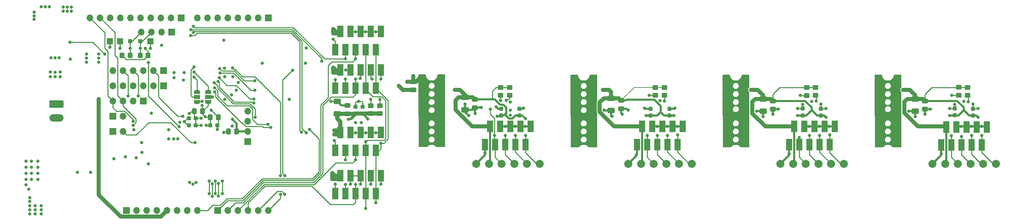
<source format=gbr>
%TF.GenerationSoftware,KiCad,Pcbnew,(6.0.2)*%
%TF.CreationDate,2022-03-17T10:44:44+01:00*%
%TF.ProjectId,GestureControl,47657374-7572-4654-936f-6e74726f6c2e,V0.1*%
%TF.SameCoordinates,Original*%
%TF.FileFunction,Copper,L4,Bot*%
%TF.FilePolarity,Positive*%
%FSLAX46Y46*%
G04 Gerber Fmt 4.6, Leading zero omitted, Abs format (unit mm)*
G04 Created by KiCad (PCBNEW (6.0.2)) date 2022-03-17 10:44:44*
%MOMM*%
%LPD*%
G01*
G04 APERTURE LIST*
G04 Aperture macros list*
%AMRoundRect*
0 Rectangle with rounded corners*
0 $1 Rounding radius*
0 $2 $3 $4 $5 $6 $7 $8 $9 X,Y pos of 4 corners*
0 Add a 4 corners polygon primitive as box body*
4,1,4,$2,$3,$4,$5,$6,$7,$8,$9,$2,$3,0*
0 Add four circle primitives for the rounded corners*
1,1,$1+$1,$2,$3*
1,1,$1+$1,$4,$5*
1,1,$1+$1,$6,$7*
1,1,$1+$1,$8,$9*
0 Add four rect primitives between the rounded corners*
20,1,$1+$1,$2,$3,$4,$5,0*
20,1,$1+$1,$4,$5,$6,$7,0*
20,1,$1+$1,$6,$7,$8,$9,0*
20,1,$1+$1,$8,$9,$2,$3,0*%
%AMFreePoly0*
4,1,22,0.550000,-0.750000,0.000000,-0.750000,0.000000,-0.745033,-0.079941,-0.743568,-0.215256,-0.701293,-0.333266,-0.622738,-0.424486,-0.514219,-0.481581,-0.384460,-0.499164,-0.250000,-0.500000,-0.250000,-0.500000,0.250000,-0.499164,0.250000,-0.499963,0.256109,-0.478152,0.396186,-0.417904,0.524511,-0.324060,0.630769,-0.204165,0.706417,-0.067858,0.745374,0.000000,0.744959,0.000000,0.750000,
0.550000,0.750000,0.550000,-0.750000,0.550000,-0.750000,$1*%
%AMFreePoly1*
4,1,20,0.000000,0.744959,0.073905,0.744508,0.209726,0.703889,0.328688,0.626782,0.421226,0.519385,0.479903,0.390333,0.500000,0.250000,0.500000,-0.250000,0.499851,-0.262216,0.476331,-0.402017,0.414519,-0.529596,0.319384,-0.634700,0.198574,-0.708877,0.061801,-0.746166,0.000000,-0.745033,0.000000,-0.750000,-0.550000,-0.750000,-0.550000,0.750000,0.000000,0.750000,0.000000,0.744959,
0.000000,0.744959,$1*%
G04 Aperture macros list end*
%TA.AperFunction,ComponentPad*%
%ADD10R,1.700000X1.700000*%
%TD*%
%TA.AperFunction,ComponentPad*%
%ADD11O,1.700000X1.700000*%
%TD*%
%TA.AperFunction,ComponentPad*%
%ADD12RoundRect,0.250000X-1.550000X0.650000X-1.550000X-0.650000X1.550000X-0.650000X1.550000X0.650000X0*%
%TD*%
%TA.AperFunction,ComponentPad*%
%ADD13O,3.600000X1.800000*%
%TD*%
%TA.AperFunction,SMDPad,CuDef*%
%ADD14RoundRect,0.237500X-0.300000X-0.237500X0.300000X-0.237500X0.300000X0.237500X-0.300000X0.237500X0*%
%TD*%
%TA.AperFunction,SMDPad,CuDef*%
%ADD15RoundRect,0.250000X-0.337500X-0.475000X0.337500X-0.475000X0.337500X0.475000X-0.337500X0.475000X0*%
%TD*%
%TA.AperFunction,SMDPad,CuDef*%
%ADD16RoundRect,0.250000X0.337500X0.475000X-0.337500X0.475000X-0.337500X-0.475000X0.337500X-0.475000X0*%
%TD*%
%TA.AperFunction,SMDPad,CuDef*%
%ADD17R,1.500000X1.500000*%
%TD*%
%TA.AperFunction,SMDPad,CuDef*%
%ADD18FreePoly0,90.000000*%
%TD*%
%TA.AperFunction,SMDPad,CuDef*%
%ADD19R,1.500000X1.000000*%
%TD*%
%TA.AperFunction,SMDPad,CuDef*%
%ADD20FreePoly1,90.000000*%
%TD*%
%TA.AperFunction,SMDPad,CuDef*%
%ADD21RoundRect,0.249999X0.350001X0.450001X-0.350001X0.450001X-0.350001X-0.450001X0.350001X-0.450001X0*%
%TD*%
%TA.AperFunction,SMDPad,CuDef*%
%ADD22RoundRect,0.249999X-0.350001X-0.450001X0.350001X-0.450001X0.350001X0.450001X-0.350001X0.450001X0*%
%TD*%
%TA.AperFunction,SMDPad,CuDef*%
%ADD23R,1.000000X1.000000*%
%TD*%
%TA.AperFunction,SMDPad,CuDef*%
%ADD24RoundRect,0.237500X0.237500X-0.300000X0.237500X0.300000X-0.237500X0.300000X-0.237500X-0.300000X0*%
%TD*%
%TA.AperFunction,SMDPad,CuDef*%
%ADD25RoundRect,0.250000X-0.475000X0.337500X-0.475000X-0.337500X0.475000X-0.337500X0.475000X0.337500X0*%
%TD*%
%TA.AperFunction,SMDPad,CuDef*%
%ADD26RoundRect,0.250000X0.475000X-0.337500X0.475000X0.337500X-0.475000X0.337500X-0.475000X-0.337500X0*%
%TD*%
%TA.AperFunction,SMDPad,CuDef*%
%ADD27RoundRect,0.249999X0.650001X-0.412501X0.650001X0.412501X-0.650001X0.412501X-0.650001X-0.412501X0*%
%TD*%
%TA.AperFunction,SMDPad,CuDef*%
%ADD28RoundRect,0.249999X-0.650001X0.412501X-0.650001X-0.412501X0.650001X-0.412501X0.650001X0.412501X0*%
%TD*%
%TA.AperFunction,SMDPad,CuDef*%
%ADD29RoundRect,0.249999X-0.450001X0.350001X-0.450001X-0.350001X0.450001X-0.350001X0.450001X0.350001X0*%
%TD*%
%TA.AperFunction,SMDPad,CuDef*%
%ADD30RoundRect,0.249999X0.450001X-0.350001X0.450001X0.350001X-0.450001X0.350001X-0.450001X-0.350001X0*%
%TD*%
%TA.AperFunction,SMDPad,CuDef*%
%ADD31R,1.500000X3.000000*%
%TD*%
%TA.AperFunction,SMDPad,CuDef*%
%ADD32C,2.000000*%
%TD*%
%TA.AperFunction,SMDPad,CuDef*%
%ADD33RoundRect,0.250000X-0.650000X0.412500X-0.650000X-0.412500X0.650000X-0.412500X0.650000X0.412500X0*%
%TD*%
%TA.AperFunction,SMDPad,CuDef*%
%ADD34RoundRect,0.250000X-0.450000X0.350000X-0.450000X-0.350000X0.450000X-0.350000X0.450000X0.350000X0*%
%TD*%
%TA.AperFunction,ViaPad*%
%ADD35C,0.800000*%
%TD*%
%TA.AperFunction,Conductor*%
%ADD36C,1.000000*%
%TD*%
%TA.AperFunction,Conductor*%
%ADD37C,0.500000*%
%TD*%
%TA.AperFunction,Conductor*%
%ADD38C,0.250000*%
%TD*%
%TA.AperFunction,Conductor*%
%ADD39C,0.200000*%
%TD*%
G04 APERTURE END LIST*
D10*
%TO.P,J3,1,Pin_1*%
%TO.N,unconnected-(J3-Pad1)*%
X45974000Y-123952000D03*
D11*
%TO.P,J3,2,Pin_2*%
%TO.N,unconnected-(J3-Pad2)*%
X48514000Y-123952000D03*
%TO.P,J3,3,Pin_3*%
%TO.N,unconnected-(J3-Pad3)*%
X51054000Y-123952000D03*
%TO.P,J3,4,Pin_4*%
%TO.N,+3V3*%
X53594000Y-123952000D03*
%TO.P,J3,5,Pin_5*%
%TO.N,+5V*%
X56134000Y-123952000D03*
%TO.P,J3,6,Pin_6*%
%TO.N,GND*%
X58674000Y-123952000D03*
%TO.P,J3,7,Pin_7*%
X61214000Y-123952000D03*
%TO.P,J3,8,Pin_8*%
%TO.N,XSHUT_0*%
X63754000Y-123952000D03*
%TD*%
D10*
%TO.P,J4,1,Pin_1*%
%TO.N,XSHUT_1*%
X68834000Y-123952000D03*
D11*
%TO.P,J4,2,Pin_2*%
%TO.N,XSHUT_2*%
X71374000Y-123952000D03*
%TO.P,J4,3,Pin_3*%
%TO.N,XSHUT_3*%
X73914000Y-123952000D03*
%TO.P,J4,4,Pin_4*%
%TO.N,XSHUT_4*%
X76454000Y-123952000D03*
%TO.P,J4,5,Pin_5*%
%TO.N,SW_1*%
X78994000Y-123952000D03*
%TO.P,J4,6,Pin_6*%
%TO.N,SW_2*%
X81534000Y-123952000D03*
%TD*%
D10*
%TO.P,J5,1,Pin_1*%
%TO.N,unconnected-(J5-Pad1)*%
X59690000Y-75692000D03*
D11*
%TO.P,J5,2,Pin_2*%
%TO.N,GPIOI_0*%
X57150000Y-75692000D03*
%TO.P,J5,3,Pin_3*%
%TO.N,GPIOI_1*%
X54610000Y-75692000D03*
%TO.P,J5,4,Pin_4*%
%TO.N,GPIOI_2*%
X52070000Y-75692000D03*
%TO.P,J5,5,Pin_5*%
%TO.N,GPIOI_3*%
X49530000Y-75692000D03*
%TO.P,J5,6,Pin_6*%
%TO.N,GPIOI_4*%
X46990000Y-75692000D03*
%TO.P,J5,7,Pin_7*%
%TO.N,GND*%
X44450000Y-75692000D03*
%TO.P,J5,8,Pin_8*%
%TO.N,+3V3*%
X41910000Y-75692000D03*
%TO.P,J5,9,Pin_9*%
%TO.N,SDA1*%
X39370000Y-75692000D03*
%TO.P,J5,10,Pin_10*%
%TO.N,SCL1*%
X36830000Y-75692000D03*
%TD*%
D10*
%TO.P,J1,1,Pin_1*%
%TO.N,GND*%
X50165000Y-96514490D03*
D11*
%TO.P,J1,2,Pin_2*%
%TO.N,+5V*%
X47625000Y-96514490D03*
%TO.P,J1,3,Pin_3*%
%TO.N,SDA1*%
X45085000Y-96514490D03*
%TO.P,J1,4,Pin_4*%
%TO.N,SCL1*%
X42545000Y-96514490D03*
%TD*%
D12*
%TO.P,J2,1,Pin_1*%
%TO.N,GND*%
X28448000Y-97282000D03*
D13*
%TO.P,J2,2,Pin_2*%
%TO.N,Net-(D6-Pad2)*%
X28448000Y-100782000D03*
%TD*%
D10*
%TO.P,J7,1,Pin_1*%
%TO.N,GND*%
X55245000Y-88894490D03*
D11*
%TO.P,J7,2,Pin_2*%
%TO.N,/STM32L151RET6TR/FTDI_CTS*%
X52705000Y-88894490D03*
%TO.P,J7,3,Pin_3*%
%TO.N,+5V*%
X50165000Y-88894490D03*
%TO.P,J7,4,Pin_4*%
%TO.N,/STM32L151RET6TR/FTDI_TXD*%
X47625000Y-88894490D03*
%TO.P,J7,5,Pin_5*%
%TO.N,/STM32L151RET6TR/FTDI_RXD*%
X45085000Y-88894490D03*
%TO.P,J7,6,Pin_6*%
%TO.N,/STM32L151RET6TR/FTDI_RTS*%
X42545000Y-88894490D03*
%TD*%
D10*
%TO.P,J10,1,Pin_1*%
%TO.N,GND*%
X57277000Y-79248000D03*
D11*
%TO.P,J10,2,Pin_2*%
%TO.N,+3V3*%
X54737000Y-79248000D03*
%TO.P,J10,3,Pin_3*%
%TO.N,SDA2*%
X52197000Y-79248000D03*
%TO.P,J10,4,Pin_4*%
%TO.N,SCL2*%
X49657000Y-79248000D03*
%TD*%
D10*
%TO.P,J9,1,Pin_1*%
%TO.N,GND*%
X76321490Y-106674490D03*
D11*
%TO.P,J9,2,Pin_2*%
%TO.N,+3V3*%
X76321490Y-104134490D03*
%TO.P,J9,3,Pin_3*%
%TO.N,/STM32L151RET6TR/UART_TX*%
X76321490Y-101594490D03*
%TO.P,J9,4,Pin_4*%
%TO.N,/STM32L151RET6TR/UART_RX*%
X76321490Y-99054490D03*
%TD*%
D10*
%TO.P,J6,1,Pin_1*%
%TO.N,unconnected-(J6-Pad1)*%
X81534000Y-75692000D03*
D11*
%TO.P,J6,2,Pin_2*%
%TO.N,unconnected-(J6-Pad2)*%
X78994000Y-75692000D03*
%TO.P,J6,3,Pin_3*%
%TO.N,LED_5*%
X76454000Y-75692000D03*
%TO.P,J6,4,Pin_4*%
%TO.N,LED_4*%
X73914000Y-75692000D03*
%TO.P,J6,5,Pin_5*%
%TO.N,LED_3*%
X71374000Y-75692000D03*
%TO.P,J6,6,Pin_6*%
%TO.N,LED_2*%
X68834000Y-75692000D03*
%TO.P,J6,7,Pin_7*%
%TO.N,LED_1*%
X66294000Y-75692000D03*
%TO.P,J6,8,Pin_8*%
%TO.N,unconnected-(J6-Pad8)*%
X63754000Y-75692000D03*
%TD*%
D10*
%TO.P,J8,1,Pin_1*%
%TO.N,+3V3*%
X55239490Y-92704490D03*
D11*
%TO.P,J8,2,Pin_2*%
%TO.N,/STM32L151RET6TR/SWCLK*%
X52699490Y-92704490D03*
%TO.P,J8,3,Pin_3*%
%TO.N,GND*%
X50159490Y-92704490D03*
%TO.P,J8,4,Pin_4*%
%TO.N,/STM32L151RET6TR/SWDAT*%
X47619490Y-92704490D03*
%TO.P,J8,5,Pin_5*%
%TO.N,/STM32L151RET6TR/RST*%
X45079490Y-92704490D03*
%TO.P,J8,6,Pin_6*%
%TO.N,/STM32L151RET6TR/SW0*%
X42539490Y-92704490D03*
%TD*%
D10*
%TO.P,J11,1,Pin_1*%
%TO.N,GND*%
X42539490Y-104134490D03*
D11*
%TO.P,J11,2,Pin_2*%
%TO.N,/STM32L151RET6TR/RST*%
X45079490Y-104134490D03*
%TD*%
D10*
%TO.P,J12,1,Pin_1*%
%TO.N,+3V3*%
X42539490Y-100324490D03*
D11*
%TO.P,J12,2,Pin_2*%
%TO.N,/STM32L151RET6TR/BOOT*%
X45079490Y-100324490D03*
%TD*%
D14*
%TO.P,C28,1*%
%TO.N,+3V3*%
X66976490Y-102610490D03*
%TO.P,C28,2*%
%TO.N,GND*%
X68701490Y-102610490D03*
%TD*%
D15*
%TO.P,C30,1*%
%TO.N,+3V3*%
X66923490Y-100578490D03*
%TO.P,C30,2*%
%TO.N,GND*%
X68998490Y-100578490D03*
%TD*%
D14*
%TO.P,C31,1*%
%TO.N,+3V3*%
X61589490Y-100832490D03*
%TO.P,C31,2*%
%TO.N,GND*%
X63314490Y-100832490D03*
%TD*%
D16*
%TO.P,C33,1*%
%TO.N,+3V3*%
X65045500Y-99060000D03*
%TO.P,C33,2*%
%TO.N,GND*%
X62970500Y-99060000D03*
%TD*%
D17*
%TO.P,J17,1,Pin_1*%
%TO.N,/STM32L151RET6TR/PC8*%
X51937490Y-81528490D03*
%TD*%
%TO.P,J18,1,Pin_1*%
%TO.N,/STM32L151RET6TR/PA9*%
X44317490Y-81528490D03*
%TD*%
%TO.P,J19,1,Pin_1*%
%TO.N,/STM32L151RET6TR/PA10*%
X41777490Y-81528490D03*
%TD*%
D18*
%TO.P,JP3,1,A*%
%TO.N,+3V3*%
X66421000Y-96804000D03*
D19*
%TO.P,JP3,2,C*%
%TO.N,/STM32L151RET6TR/PIN30*%
X66421000Y-95504000D03*
D20*
%TO.P,JP3,3,B*%
%TO.N,SDA2*%
X66421000Y-94204000D03*
%TD*%
D21*
%TO.P,R21,1*%
%TO.N,+3V3*%
X51397490Y-85084490D03*
%TO.P,R21,2*%
%TO.N,SDA2*%
X49397490Y-85084490D03*
%TD*%
D22*
%TO.P,R22,1*%
%TO.N,+3V3*%
X44857490Y-85084490D03*
%TO.P,R22,2*%
%TO.N,SCL2*%
X46857490Y-85084490D03*
%TD*%
D23*
%TO.P,TP1,1,1*%
%TO.N,SDA2*%
X49397490Y-81528490D03*
%TD*%
%TO.P,TP2,1,1*%
%TO.N,SCL2*%
X46857490Y-81528490D03*
%TD*%
D18*
%TO.P,JP2,1,A*%
%TO.N,/STM32L151RET6TR/PIN29*%
X63627000Y-96804000D03*
D19*
%TO.P,JP2,2,C*%
%TO.N,SCL2*%
X63627000Y-95504000D03*
D20*
%TO.P,JP2,3,B*%
%TO.N,/STM32L151RET6TR/PIN41*%
X63627000Y-94204000D03*
%TD*%
D14*
%TO.P,C23,1*%
%TO.N,+3V3*%
X61589490Y-102610490D03*
%TO.P,C23,2*%
%TO.N,GND*%
X63314490Y-102610490D03*
%TD*%
D16*
%TO.P,C11,1*%
%TO.N,+3V3*%
X73570490Y-104134490D03*
%TO.P,C11,2*%
%TO.N,GND*%
X71495490Y-104134490D03*
%TD*%
D24*
%TO.P,C14,1*%
%TO.N,+3V3*%
X177292000Y-100176500D03*
%TO.P,C14,2*%
%TO.N,GND*%
X177292000Y-98451500D03*
%TD*%
%TO.P,C15,1*%
%TO.N,+3V3*%
X215392000Y-100150000D03*
%TO.P,C15,2*%
%TO.N,GND*%
X215392000Y-98425000D03*
%TD*%
%TO.P,C16,1*%
%TO.N,+3V3*%
X103378000Y-99695000D03*
%TO.P,C16,2*%
%TO.N,GND*%
X103378000Y-97970000D03*
%TD*%
%TO.P,C20,1*%
%TO.N,+3V3*%
X181991000Y-100176500D03*
%TO.P,C20,2*%
%TO.N,GND*%
X181991000Y-98451500D03*
%TD*%
%TO.P,C21,1*%
%TO.N,+3V3*%
X219964000Y-100176500D03*
%TO.P,C21,2*%
%TO.N,GND*%
X219964000Y-98451500D03*
%TD*%
%TO.P,C35,1*%
%TO.N,+3V3*%
X105156000Y-99695000D03*
%TO.P,C35,2*%
%TO.N,GND*%
X105156000Y-97970000D03*
%TD*%
D25*
%TO.P,C36,1*%
%TO.N,+3V3*%
X169926000Y-96393000D03*
%TO.P,C36,2*%
%TO.N,GND*%
X169926000Y-98468000D03*
%TD*%
%TO.P,C37,1*%
%TO.N,+3V3*%
X207899000Y-96481500D03*
%TO.P,C37,2*%
%TO.N,GND*%
X207899000Y-98556500D03*
%TD*%
D26*
%TO.P,C38,1*%
%TO.N,+3V3*%
X101346000Y-99738000D03*
%TO.P,C38,2*%
%TO.N,GND*%
X101346000Y-97663000D03*
%TD*%
D27*
%TO.P,C39,1*%
%TO.N,+3V3*%
X98806000Y-99772000D03*
%TO.P,C39,2*%
%TO.N,GND*%
X98806000Y-96647000D03*
%TD*%
D28*
%TO.P,C40,1*%
%TO.N,+3V3*%
X130810000Y-95592500D03*
%TO.P,C40,2*%
%TO.N,GND*%
X130810000Y-98717500D03*
%TD*%
%TO.P,C41,1*%
%TO.N,+3V3*%
X167386000Y-95808000D03*
%TO.P,C41,2*%
%TO.N,GND*%
X167386000Y-98933000D03*
%TD*%
%TO.P,C42,1*%
%TO.N,+3V3*%
X205486000Y-95973500D03*
%TO.P,C42,2*%
%TO.N,GND*%
X205486000Y-99098500D03*
%TD*%
D29*
%TO.P,R13,1*%
%TO.N,+3V3*%
X180721000Y-93107000D03*
%TO.P,R13,2*%
%TO.N,GPIOI_2*%
X180721000Y-95107000D03*
%TD*%
%TO.P,R16,1*%
%TO.N,+3V3*%
X178435000Y-93107000D03*
%TO.P,R16,2*%
%TO.N,XSHUT_2*%
X178435000Y-95107000D03*
%TD*%
%TO.P,R17,1*%
%TO.N,+3V3*%
X218567000Y-93107000D03*
%TO.P,R17,2*%
%TO.N,GPIOI_3*%
X218567000Y-95107000D03*
%TD*%
%TO.P,R30,1*%
%TO.N,+3V3*%
X216408000Y-93139000D03*
%TO.P,R30,2*%
%TO.N,XSHUT_3*%
X216408000Y-95139000D03*
%TD*%
D30*
%TO.P,R31,1*%
%TO.N,+3V3*%
X109474000Y-99695000D03*
%TO.P,R31,2*%
%TO.N,GPIOI_0*%
X109474000Y-97695000D03*
%TD*%
%TO.P,R32,1*%
%TO.N,+3V3*%
X107188000Y-99679000D03*
%TO.P,R32,2*%
%TO.N,XSHUT_0*%
X107188000Y-97679000D03*
%TD*%
D24*
%TO.P,C8,1*%
%TO.N,+3V3*%
X144399000Y-100176500D03*
%TO.P,C8,2*%
%TO.N,GND*%
X144399000Y-98451500D03*
%TD*%
%TO.P,C9,1*%
%TO.N,+3V3*%
X139827000Y-100176500D03*
%TO.P,C9,2*%
%TO.N,GND*%
X139827000Y-98451500D03*
%TD*%
D25*
%TO.P,C10,1*%
%TO.N,+3V3*%
X133223000Y-96117500D03*
%TO.P,C10,2*%
%TO.N,GND*%
X133223000Y-98192500D03*
%TD*%
D26*
%TO.P,C12,1*%
%TO.N,+3V3*%
X117856000Y-93769000D03*
%TO.P,C12,2*%
%TO.N,GND*%
X117856000Y-91694000D03*
%TD*%
D29*
%TO.P,R12,1*%
%TO.N,+3V3*%
X141986000Y-93107000D03*
%TO.P,R12,2*%
%TO.N,GPIOI_1*%
X141986000Y-95107000D03*
%TD*%
%TO.P,R29,1*%
%TO.N,+3V3*%
X139700000Y-93123000D03*
%TO.P,R29,2*%
%TO.N,XSHUT_1*%
X139700000Y-95123000D03*
%TD*%
D31*
%TO.P,J14,1*%
%TO.N,GND*%
X185293000Y-102906000D03*
%TO.P,J14,2*%
%TO.N,SDA1*%
X184023000Y-107406000D03*
%TO.P,J14,3*%
%TO.N,GND*%
X182753000Y-102906000D03*
%TO.P,J14,4*%
%TO.N,SCL1*%
X181483000Y-107406000D03*
%TO.P,J14,5*%
%TO.N,GND*%
X180213000Y-102906000D03*
%TO.P,J14,6*%
%TO.N,XSHUT_2*%
X178943000Y-107406000D03*
%TO.P,J14,7*%
%TO.N,GND*%
X177673000Y-102906000D03*
%TO.P,J14,8*%
%TO.N,GPIOI_2*%
X176403000Y-107406000D03*
%TO.P,J14,9*%
%TO.N,+3V3*%
X175133000Y-102906000D03*
%TO.P,J14,10*%
%TO.N,GND*%
X173863000Y-107406000D03*
%TD*%
%TO.P,J15,1*%
%TO.N,GND*%
X223393000Y-102906000D03*
%TO.P,J15,2*%
%TO.N,SDA1*%
X222123000Y-107406000D03*
%TO.P,J15,3*%
%TO.N,GND*%
X220853000Y-102906000D03*
%TO.P,J15,4*%
%TO.N,SCL1*%
X219583000Y-107406000D03*
%TO.P,J15,5*%
%TO.N,GND*%
X218313000Y-102906000D03*
%TO.P,J15,6*%
%TO.N,XSHUT_3*%
X217043000Y-107406000D03*
%TO.P,J15,7*%
%TO.N,GND*%
X215773000Y-102906000D03*
%TO.P,J15,8*%
%TO.N,GPIOI_3*%
X214503000Y-107406000D03*
%TO.P,J15,9*%
%TO.N,+3V3*%
X213233000Y-102906000D03*
%TO.P,J15,10*%
%TO.N,GND*%
X211963000Y-107406000D03*
%TD*%
%TO.P,J16,1*%
%TO.N,GND*%
X109728000Y-79121000D03*
%TO.P,J16,2*%
%TO.N,SDA1*%
X108458000Y-83621000D03*
%TO.P,J16,3*%
%TO.N,GND*%
X107188000Y-79121000D03*
%TO.P,J16,4*%
%TO.N,SCL1*%
X105918000Y-83621000D03*
%TO.P,J16,5*%
%TO.N,GND*%
X104648000Y-79121000D03*
%TO.P,J16,6*%
%TO.N,XSHUT_1*%
X103378000Y-83621000D03*
%TO.P,J16,7*%
%TO.N,GND*%
X102108000Y-79121000D03*
%TO.P,J16,8*%
%TO.N,GPIOI_1*%
X100838000Y-83621000D03*
%TO.P,J16,9*%
%TO.N,+3V3*%
X99568000Y-79121000D03*
%TO.P,J16,10*%
%TO.N,GND*%
X98298000Y-83621000D03*
%TD*%
%TO.P,J20,1*%
%TO.N,GND*%
X109728000Y-88773000D03*
%TO.P,J20,2*%
%TO.N,SDA1*%
X108458000Y-93273000D03*
%TO.P,J20,3*%
%TO.N,GND*%
X107188000Y-88773000D03*
%TO.P,J20,4*%
%TO.N,SCL1*%
X105918000Y-93273000D03*
%TO.P,J20,5*%
%TO.N,GND*%
X104648000Y-88773000D03*
%TO.P,J20,6*%
%TO.N,XSHUT_2*%
X103378000Y-93273000D03*
%TO.P,J20,7*%
%TO.N,GND*%
X102108000Y-88773000D03*
%TO.P,J20,8*%
%TO.N,GPIOI_2*%
X100838000Y-93273000D03*
%TO.P,J20,9*%
%TO.N,+3V3*%
X99568000Y-88773000D03*
%TO.P,J20,10*%
%TO.N,GND*%
X98298000Y-93273000D03*
%TD*%
%TO.P,J21,1*%
%TO.N,GND*%
X109728000Y-104394000D03*
%TO.P,J21,2*%
%TO.N,SDA1*%
X108458000Y-108894000D03*
%TO.P,J21,3*%
%TO.N,GND*%
X107188000Y-104394000D03*
%TO.P,J21,4*%
%TO.N,SCL1*%
X105918000Y-108894000D03*
%TO.P,J21,5*%
%TO.N,GND*%
X104648000Y-104394000D03*
%TO.P,J21,6*%
%TO.N,XSHUT_3*%
X103378000Y-108894000D03*
%TO.P,J21,7*%
%TO.N,GND*%
X102108000Y-104394000D03*
%TO.P,J21,8*%
%TO.N,GPIOI_3*%
X100838000Y-108894000D03*
%TO.P,J21,9*%
%TO.N,+3V3*%
X99568000Y-104394000D03*
%TO.P,J21,10*%
%TO.N,GND*%
X98298000Y-108894000D03*
%TD*%
%TO.P,J13,1*%
%TO.N,GND*%
X147193000Y-102906000D03*
%TO.P,J13,2*%
%TO.N,SDA1*%
X145923000Y-107406000D03*
%TO.P,J13,3*%
%TO.N,GND*%
X144653000Y-102906000D03*
%TO.P,J13,4*%
%TO.N,SCL1*%
X143383000Y-107406000D03*
%TO.P,J13,5*%
%TO.N,GND*%
X142113000Y-102906000D03*
%TO.P,J13,6*%
%TO.N,XSHUT_1*%
X140843000Y-107406000D03*
%TO.P,J13,7*%
%TO.N,GND*%
X139573000Y-102906000D03*
%TO.P,J13,8*%
%TO.N,GPIOI_1*%
X138303000Y-107406000D03*
%TO.P,J13,9*%
%TO.N,+3V3*%
X137033000Y-102906000D03*
%TO.P,J13,10*%
%TO.N,GND*%
X135763000Y-107406000D03*
%TD*%
D32*
%TO.P,TP3,1,1*%
%TO.N,SCL1*%
X146304000Y-112268000D03*
%TD*%
%TO.P,TP4,1,1*%
%TO.N,SDA1*%
X149479000Y-112268000D03*
%TD*%
%TO.P,TP5,1,1*%
%TO.N,XSHUT_1*%
X143129000Y-112268000D03*
%TD*%
%TO.P,TP6,1,1*%
%TO.N,GPIOI_1*%
X139954000Y-112268000D03*
%TD*%
%TO.P,TP7,1,1*%
%TO.N,GND*%
X133604000Y-112268000D03*
%TD*%
%TO.P,TP8,1,1*%
%TO.N,+3V3*%
X136779000Y-112268000D03*
%TD*%
%TO.P,TP9,1,1*%
%TO.N,SCL1*%
X184404000Y-112268000D03*
%TD*%
%TO.P,TP10,1,1*%
%TO.N,SDA1*%
X187579000Y-112268000D03*
%TD*%
%TO.P,TP11,1,1*%
%TO.N,XSHUT_2*%
X181229000Y-112268000D03*
%TD*%
%TO.P,TP12,1,1*%
%TO.N,GPIOI_2*%
X178054000Y-112268000D03*
%TD*%
%TO.P,TP13,1,1*%
%TO.N,GND*%
X171704000Y-112268000D03*
%TD*%
%TO.P,TP15,1,1*%
%TO.N,SCL1*%
X222504000Y-112268000D03*
%TD*%
%TO.P,TP16,1,1*%
%TO.N,SDA1*%
X225679000Y-112268000D03*
%TD*%
%TO.P,TP17,1,1*%
%TO.N,XSHUT_3*%
X219329000Y-112268000D03*
%TD*%
%TO.P,TP18,1,1*%
%TO.N,GPIOI_3*%
X216154000Y-112268000D03*
%TD*%
%TO.P,TP19,1,1*%
%TO.N,GND*%
X209804000Y-112268000D03*
%TD*%
%TO.P,TP20,1,1*%
%TO.N,+3V3*%
X212979000Y-112268000D03*
%TD*%
%TO.P,TP14,1,1*%
%TO.N,+3V3*%
X174879000Y-112268000D03*
%TD*%
%TO.P,TP22,1,1*%
%TO.N,SDA1*%
X263779000Y-112268000D03*
%TD*%
D33*
%TO.P,C45,1*%
%TO.N,+3V3*%
X243586000Y-95973500D03*
%TO.P,C45,2*%
%TO.N,GND*%
X243586000Y-99098500D03*
%TD*%
D34*
%TO.P,R34,1*%
%TO.N,+3V3*%
X254508000Y-93091000D03*
%TO.P,R34,2*%
%TO.N,XSHUT_4*%
X254508000Y-95091000D03*
%TD*%
D32*
%TO.P,TP25,1,1*%
%TO.N,GND*%
X247904000Y-112268000D03*
%TD*%
D24*
%TO.P,C44,1*%
%TO.N,+3V3*%
X253492000Y-100076000D03*
%TO.P,C44,2*%
%TO.N,GND*%
X253492000Y-98351000D03*
%TD*%
D34*
%TO.P,R33,1*%
%TO.N,+3V3*%
X256667000Y-93107000D03*
%TO.P,R33,2*%
%TO.N,GPIOI_4*%
X256667000Y-95107000D03*
%TD*%
D32*
%TO.P,TP26,1,1*%
%TO.N,+3V3*%
X251079000Y-112268000D03*
%TD*%
%TO.P,TP24,1,1*%
%TO.N,GPIOI_4*%
X254254000Y-112268000D03*
%TD*%
%TO.P,TP23,1,1*%
%TO.N,XSHUT_4*%
X257429000Y-112268000D03*
%TD*%
D31*
%TO.P,J22,1*%
%TO.N,GND*%
X109728000Y-115225000D03*
%TO.P,J22,2*%
%TO.N,SDA1*%
X108458000Y-119725000D03*
%TO.P,J22,3*%
%TO.N,GND*%
X107188000Y-115225000D03*
%TO.P,J22,4*%
%TO.N,SCL1*%
X105918000Y-119725000D03*
%TO.P,J22,5*%
%TO.N,GND*%
X104648000Y-115225000D03*
%TO.P,J22,6*%
%TO.N,XSHUT_4*%
X103378000Y-119725000D03*
%TO.P,J22,7*%
%TO.N,GND*%
X102108000Y-115225000D03*
%TO.P,J22,8*%
%TO.N,GPIOI_4*%
X100838000Y-119725000D03*
%TO.P,J22,9*%
%TO.N,+3V3*%
X99568000Y-115225000D03*
%TO.P,J22,10*%
%TO.N,GND*%
X98298000Y-119725000D03*
%TD*%
D32*
%TO.P,TP21,1,1*%
%TO.N,SCL1*%
X260604000Y-112268000D03*
%TD*%
D31*
%TO.P,J23,1*%
%TO.N,GND*%
X261493000Y-103033000D03*
%TO.P,J23,2*%
%TO.N,SDA1*%
X260223000Y-107533000D03*
%TO.P,J23,3*%
%TO.N,GND*%
X258953000Y-103033000D03*
%TO.P,J23,4*%
%TO.N,SCL1*%
X257683000Y-107533000D03*
%TO.P,J23,5*%
%TO.N,GND*%
X256413000Y-103033000D03*
%TO.P,J23,6*%
%TO.N,XSHUT_4*%
X255143000Y-107533000D03*
%TO.P,J23,7*%
%TO.N,GND*%
X253873000Y-103033000D03*
%TO.P,J23,8*%
%TO.N,GPIOI_4*%
X252603000Y-107533000D03*
%TO.P,J23,9*%
%TO.N,+3V3*%
X251333000Y-103033000D03*
%TO.P,J23,10*%
%TO.N,GND*%
X250063000Y-107533000D03*
%TD*%
D24*
%TO.P,C46,1*%
%TO.N,+3V3*%
X258064000Y-100176500D03*
%TO.P,C46,2*%
%TO.N,GND*%
X258064000Y-98451500D03*
%TD*%
D25*
%TO.P,C47,1*%
%TO.N,+3V3*%
X245999000Y-96498500D03*
%TO.P,C47,2*%
%TO.N,GND*%
X245999000Y-98573500D03*
%TD*%
D35*
%TO.N,GND*%
X49784000Y-106934000D03*
X47778000Y-103759000D03*
X131699000Y-100203000D03*
X130810000Y-97282000D03*
X133350000Y-99695000D03*
X134874000Y-98171000D03*
%TO.N,+3V3*%
X128270000Y-93726000D03*
X129540000Y-93726000D03*
%TO.N,GND*%
X234188000Y-96520000D03*
X234188000Y-98552000D03*
X234188000Y-100838000D03*
X234188000Y-103124000D03*
X234188000Y-105918000D03*
X238760000Y-105918000D03*
X239522000Y-103124000D03*
X239014000Y-100838000D03*
X239014000Y-98552000D03*
X239014000Y-96520000D03*
X239268000Y-90932000D03*
X234188000Y-90932000D03*
X124968000Y-106172000D03*
X120396000Y-102108000D03*
X124968000Y-102108000D03*
X158242000Y-99568000D03*
X158242000Y-106172000D03*
X162814000Y-106172000D03*
X162814000Y-104140000D03*
X158242000Y-104140000D03*
X158242000Y-101854000D03*
X162814000Y-101854000D03*
X162814000Y-99568000D03*
X162814000Y-97028000D03*
X158242000Y-97028000D03*
X158242000Y-94742000D03*
X162814000Y-94742000D03*
X162814000Y-92710000D03*
X158242000Y-92710000D03*
X158242000Y-90678000D03*
X162814000Y-90678000D03*
X195834000Y-104140000D03*
X195834000Y-102108000D03*
X195834000Y-100076000D03*
X195834000Y-97790000D03*
X200914000Y-97790000D03*
X200914000Y-100076000D03*
X200914000Y-102108000D03*
X200914000Y-104140000D03*
X200914000Y-106172000D03*
X197104000Y-106172000D03*
X199898000Y-92710000D03*
X197104000Y-92710000D03*
X197104000Y-94742000D03*
X200152000Y-94742000D03*
X195834000Y-91440000D03*
X196342000Y-90424000D03*
X201422000Y-91440000D03*
X200914000Y-90424000D03*
X70358000Y-81280000D03*
X181447000Y-102906000D03*
X259334000Y-98425000D03*
X221234000Y-98425000D03*
X57912000Y-89408000D03*
X219547000Y-102906000D03*
X22200000Y-111600000D03*
X143347000Y-102906000D03*
X104648000Y-117348000D03*
X107188000Y-117348000D03*
X39005000Y-85788500D03*
X109728000Y-117348000D03*
X98298000Y-91186000D03*
X105882000Y-79157000D03*
X23800000Y-113100000D03*
X124900000Y-92700000D03*
X70358000Y-104398500D03*
X27051000Y-85725000D03*
X178907000Y-102906000D03*
X257647000Y-102906000D03*
X170180000Y-99822000D03*
X117856000Y-90297000D03*
X24638000Y-72898000D03*
X102108000Y-117348000D03*
X138609750Y-97982652D03*
X103342000Y-79157000D03*
X20800000Y-111600000D03*
X108422000Y-104466000D03*
X35957000Y-84772500D03*
X98298000Y-117348000D03*
X171704000Y-98806000D03*
X73500000Y-93800000D03*
X124900000Y-90500000D03*
X98044000Y-106462000D03*
X91000000Y-83200000D03*
X22200000Y-113100000D03*
X119700000Y-98800000D03*
X61722000Y-99695000D03*
X61785500Y-116903500D03*
X29337000Y-90424000D03*
X105882000Y-104466000D03*
X108422000Y-79157000D03*
X203835000Y-99060000D03*
X60256500Y-91313000D03*
X56500000Y-106000000D03*
X205486000Y-100457000D03*
X140843000Y-102870000D03*
X52197000Y-99568000D03*
X107475506Y-91025494D03*
X215392000Y-97331000D03*
X104775000Y-101981000D03*
X124900000Y-98800000D03*
X217007000Y-102906000D03*
X116332000Y-91694000D03*
X167640000Y-100330000D03*
X211963000Y-109728000D03*
X253492000Y-97331000D03*
X135763000Y-109601000D03*
X26924000Y-89281000D03*
X183388000Y-98298000D03*
X183987000Y-102906000D03*
X72300000Y-95017034D03*
X252222000Y-98425000D03*
X28117800Y-90424000D03*
X20800000Y-116200000D03*
X28117800Y-89306400D03*
X173736000Y-109982000D03*
X63436500Y-116903500D03*
X23800000Y-116200000D03*
X222087000Y-102906000D03*
X48381490Y-110738490D03*
X39005000Y-86804500D03*
X142113000Y-100076000D03*
X31115000Y-74041000D03*
X250063000Y-109728000D03*
X97155000Y-96647000D03*
X20800000Y-114600000D03*
X103378000Y-101981000D03*
X245999000Y-99822000D03*
X124900000Y-96800000D03*
X51435000Y-112268000D03*
X119700000Y-94700000D03*
X217678000Y-96647000D03*
X64637490Y-102610490D03*
X28083000Y-85725000D03*
X33700000Y-114400000D03*
X142113000Y-96774000D03*
X62605490Y-117342490D03*
X31115000Y-73025000D03*
X74000000Y-91868540D03*
X124900000Y-94700000D03*
X37000000Y-114400000D03*
X86778500Y-96065789D03*
X247396000Y-98552000D03*
X209296000Y-98552000D03*
X179670688Y-96427312D03*
X21500000Y-118600000D03*
X97790000Y-81026000D03*
X119700000Y-90500000D03*
X25654000Y-72898000D03*
X22200000Y-116200000D03*
X35957000Y-86804500D03*
X23800000Y-111600000D03*
X145415000Y-98298000D03*
X35957000Y-85788500D03*
X255778000Y-96647000D03*
X23800000Y-114600000D03*
X26924000Y-90424000D03*
X59303490Y-101848490D03*
X175768000Y-98298000D03*
X119700000Y-96800000D03*
X258064000Y-97282000D03*
X243586000Y-100457000D03*
X214122000Y-98425000D03*
X72600000Y-90400000D03*
X165608000Y-98806000D03*
X29146500Y-85725000D03*
X67177490Y-98800490D03*
X39005000Y-84772500D03*
X219964000Y-97282000D03*
X60452000Y-89408000D03*
X103342000Y-104466000D03*
X32131000Y-74041000D03*
X30099000Y-73025000D03*
X20800000Y-113100000D03*
X22200000Y-114600000D03*
X109728000Y-91059000D03*
X70612299Y-96087701D03*
X260187000Y-102906000D03*
X119700000Y-92700000D03*
X100917502Y-88773000D03*
X56515000Y-103700000D03*
X104561752Y-90819168D03*
X255107000Y-102906000D03*
X72462136Y-102815120D03*
X30099000Y-74041000D03*
X26670000Y-72898000D03*
X68707000Y-103632000D03*
X207899000Y-99822000D03*
X241935000Y-99060000D03*
X104140000Y-96647000D03*
X49874000Y-109384000D03*
X32131000Y-73025000D03*
X64643000Y-100838000D03*
X20800000Y-117500000D03*
X145887000Y-102906000D03*
X142096743Y-98806956D03*
X29337000Y-89281000D03*
%TO.N,+3V3*%
X221234000Y-100584000D03*
X97790000Y-79629000D03*
X24600000Y-122800000D03*
X242189000Y-93726000D03*
X183134000Y-100203000D03*
X21700000Y-124800000D03*
X145923000Y-100965000D03*
X72500000Y-101100000D03*
X259334000Y-100584000D03*
X138811000Y-100330000D03*
X23100000Y-122800000D03*
X106370700Y-101045298D03*
X57912000Y-90678000D03*
X90818000Y-87018000D03*
X97790000Y-88138000D03*
X202438000Y-93726000D03*
X80033000Y-87033000D03*
X252222000Y-100203000D03*
X70600000Y-90400000D03*
X60452000Y-101727000D03*
X176149000Y-100203000D03*
X97536000Y-116078000D03*
X240538000Y-93726000D03*
X58800000Y-106000000D03*
X97790000Y-89408000D03*
X50673000Y-83312000D03*
X97790000Y-78486000D03*
X101600000Y-101092000D03*
X23100000Y-123800000D03*
X65659000Y-100457000D03*
X114554000Y-93091000D03*
X115316000Y-93853000D03*
X98044000Y-104938000D03*
X166878000Y-93726000D03*
X45720000Y-110490000D03*
X21700000Y-121700000D03*
X24600000Y-124800000D03*
X42800000Y-111000000D03*
X65913000Y-102616000D03*
X165354000Y-93726000D03*
X23100000Y-124800000D03*
X21700000Y-122800000D03*
X54737000Y-82581990D03*
X57800000Y-106000000D03*
X70500000Y-88299488D03*
X21700000Y-120700000D03*
X204089000Y-93726000D03*
X21700000Y-123800000D03*
X24600000Y-123800000D03*
X64897000Y-97663000D03*
X214122000Y-100203000D03*
X98044000Y-103922000D03*
X97536000Y-114554000D03*
%TO.N,XSHUT_1*%
X140843000Y-105156000D03*
X103378000Y-85979000D03*
X139700000Y-96393000D03*
X67448327Y-117230437D03*
X67437000Y-120396000D03*
%TO.N,GPIOI_1*%
X137144951Y-98567049D03*
X100838000Y-85979000D03*
X138176000Y-105156000D03*
X62738000Y-77851000D03*
X141097000Y-96393000D03*
%TO.N,XSHUT_2*%
X68195141Y-116566152D03*
X68199000Y-119741501D03*
X103378000Y-91059000D03*
X176911000Y-95123000D03*
X178943000Y-105156000D03*
%TO.N,GPIOI_2*%
X100838000Y-91059000D03*
X94900000Y-86500000D03*
X176403000Y-105156000D03*
X62098134Y-78618839D03*
X180721000Y-96520000D03*
%TO.N,XSHUT_0*%
X91821000Y-103632000D03*
X107188000Y-96139000D03*
X66675000Y-119741501D03*
X66680435Y-116590634D03*
%TO.N,GPIOI_0*%
X81407000Y-102362000D03*
X109474000Y-96139000D03*
X68066490Y-93212490D03*
%TO.N,LED_3*%
X77845490Y-96008501D03*
X69209490Y-90672490D03*
%TO.N,LED_4*%
X69402503Y-89473508D03*
X78089042Y-93809500D03*
%TO.N,LED_1*%
X67939490Y-91942490D03*
X78220501Y-100578490D03*
%TO.N,LED_2*%
X68890788Y-91635834D03*
X77852679Y-97007978D03*
%TO.N,SW_1*%
X87600000Y-88800000D03*
X85581503Y-119888000D03*
X85648800Y-115214400D03*
%TO.N,SW_2*%
X84582000Y-115214400D03*
X72500000Y-88200000D03*
X84582000Y-119888000D03*
%TO.N,+5V*%
X39000000Y-97200000D03*
X22860000Y-75184000D03*
X39000000Y-96000000D03*
X22860000Y-76073000D03*
X39000000Y-98400000D03*
X31920572Y-86054631D03*
X22860000Y-74295000D03*
%TO.N,/STM32L151RET6TR/RST*%
X63113490Y-106928490D03*
%TO.N,SCL1*%
X105918000Y-123444000D03*
X47619490Y-101594490D03*
X181483000Y-105156000D03*
X257683000Y-105156000D03*
X105918000Y-106716000D03*
X219583000Y-105156000D03*
X143383000Y-105156000D03*
%TO.N,SDA1*%
X260223000Y-105156000D03*
X184023000Y-105029000D03*
X145923000Y-105156000D03*
X108458000Y-122047000D03*
X109728000Y-107097000D03*
X47624143Y-102615143D03*
X222123000Y-105029000D03*
%TO.N,/STM32L151RET6TR/FTDI_RXD*%
X46355000Y-95250000D03*
%TO.N,/STM32L151RET6TR/FTDI_TXD*%
X48888299Y-95243387D03*
%TO.N,/STM32L151RET6TR/FTDI_CTS*%
X60065490Y-100324490D03*
%TO.N,SCL2*%
X46857490Y-83306490D03*
X62865000Y-88011000D03*
%TO.N,SDA2*%
X49397490Y-83306490D03*
X62864989Y-89281000D03*
%TO.N,/STM32L151RET6TR/PIN41*%
X62892990Y-90551000D03*
%TO.N,/STM32L151RET6TR/PIN29*%
X64897000Y-96647000D03*
%TO.N,/STM32L151RET6TR/PIN30*%
X67564000Y-95504000D03*
%TO.N,/STM32L151RET6TR/PC8*%
X51937490Y-83306490D03*
%TO.N,/STM32L151RET6TR/PA9*%
X44317490Y-83306490D03*
%TO.N,/STM32L151RET6TR/PA10*%
X41777490Y-83052490D03*
%TO.N,BUCK_5_EN*%
X40550500Y-84785200D03*
X59181992Y-102997008D03*
X31852210Y-81809930D03*
X51435000Y-86868000D03*
%TO.N,XSHUT_3*%
X69020803Y-120310399D03*
X103378000Y-111288000D03*
X214757000Y-95123000D03*
X68961000Y-117221000D03*
X217043000Y-105156000D03*
%TO.N,GPIOI_3*%
X82065801Y-103113656D03*
X214503000Y-105626500D03*
X90995500Y-104457500D03*
X68067701Y-94238299D03*
X100838000Y-111288000D03*
X62759776Y-79367996D03*
X218795600Y-96520000D03*
%TO.N,XSHUT_4*%
X255143000Y-105410000D03*
X252730000Y-95123000D03*
X69977000Y-119741501D03*
X69981299Y-116590299D03*
X103378000Y-117475000D03*
%TO.N,GPIOI_4*%
X256895600Y-96672400D03*
X252603000Y-105283000D03*
X100838000Y-117475000D03*
X89800000Y-104300000D03*
X62045029Y-80092496D03*
%TO.N,LED_5*%
X69362489Y-88403186D03*
X78099490Y-91434490D03*
%TD*%
D36*
%TO.N,+3V3*%
X241592500Y-95973500D02*
X243586000Y-95973500D01*
X240835489Y-96730511D02*
X241592500Y-95973500D01*
X240835489Y-99515433D02*
X240835489Y-96730511D01*
X244226056Y-102906000D02*
X240835489Y-99515433D01*
X251333000Y-102906000D02*
X244226056Y-102906000D01*
X202735489Y-96730511D02*
X203492500Y-95973500D01*
X206030000Y-102906000D02*
X202735489Y-99611489D01*
X213233000Y-102906000D02*
X206030000Y-102906000D01*
X202735489Y-99611489D02*
X202735489Y-96730511D01*
X203492500Y-95973500D02*
X205486000Y-95973500D01*
X164508489Y-99261433D02*
X164508489Y-96857511D01*
X168153056Y-102906000D02*
X164508489Y-99261433D01*
X164508489Y-96857511D02*
X165558000Y-95808000D01*
X165558000Y-95808000D02*
X167386000Y-95808000D01*
X175133000Y-102906000D02*
X168153056Y-102906000D01*
X132593176Y-102906000D02*
X137033000Y-102906000D01*
X128397000Y-98709824D02*
X132593176Y-102906000D01*
X128397000Y-96393000D02*
X128397000Y-98709824D01*
X130810000Y-95592500D02*
X129197500Y-95592500D01*
X129197500Y-95592500D02*
X128397000Y-96393000D01*
D37*
%TO.N,GND*%
X145261500Y-98451500D02*
X145415000Y-98298000D01*
X144399000Y-98451500D02*
X145261500Y-98451500D01*
X139827000Y-98451500D02*
X139078598Y-98451500D01*
X139078598Y-98451500D02*
X138609750Y-97982652D01*
X133244500Y-98171000D02*
X133223000Y-98192500D01*
X134874000Y-98171000D02*
X133244500Y-98171000D01*
X132698000Y-98717500D02*
X133223000Y-98192500D01*
X130810000Y-98717500D02*
X132698000Y-98717500D01*
X133223000Y-99568000D02*
X133350000Y-99695000D01*
X133223000Y-98192500D02*
X133223000Y-99568000D01*
X130810000Y-99314000D02*
X131699000Y-100203000D01*
X130810000Y-98717500D02*
X130810000Y-99314000D01*
X130810000Y-98717500D02*
X130810000Y-97282000D01*
D38*
%TO.N,+3V3*%
X137620500Y-95794500D02*
X137943500Y-96117500D01*
D37*
X137943500Y-96117500D02*
X138223109Y-96117500D01*
X137265500Y-96117500D02*
X137943500Y-96117500D01*
D38*
X137620500Y-95762500D02*
X137620500Y-95794500D01*
X137620500Y-95762500D02*
X137265500Y-96117500D01*
X137620500Y-94948500D02*
X137620500Y-95762500D01*
D37*
X133223000Y-96117500D02*
X137265500Y-96117500D01*
D38*
X137620500Y-94027500D02*
X137620500Y-94948500D01*
D37*
X141097000Y-98171000D02*
X141097000Y-99568000D01*
X139570089Y-97464480D02*
X140390480Y-97464480D01*
X138223109Y-96117500D02*
X139570089Y-97464480D01*
X140390480Y-97464480D02*
X141097000Y-98171000D01*
D36*
X132698000Y-95592500D02*
X133223000Y-96117500D01*
X130810000Y-95592500D02*
X132698000Y-95592500D01*
X129540000Y-93726000D02*
X128270000Y-93726000D01*
X130810000Y-94996000D02*
X129540000Y-93726000D01*
X130810000Y-95592500D02*
X130810000Y-94996000D01*
D38*
%TO.N,GND*%
X107188000Y-88809000D02*
X107188000Y-90737988D01*
X105882000Y-79157000D02*
X107188000Y-79157000D01*
D37*
X203873500Y-99098500D02*
X203835000Y-99060000D01*
X241973500Y-99098500D02*
X241935000Y-99060000D01*
X253873000Y-102906000D02*
X255107000Y-102906000D01*
D38*
X98298000Y-81534000D02*
X97790000Y-81026000D01*
X104902000Y-96647000D02*
X104140000Y-96647000D01*
X103378000Y-96901000D02*
X103632000Y-96647000D01*
X68701490Y-102610490D02*
X68701490Y-103626490D01*
D37*
X167386000Y-100076000D02*
X167640000Y-100330000D01*
D38*
X103378000Y-97970000D02*
X103378000Y-96901000D01*
D37*
X181447000Y-102906000D02*
X180213000Y-102906000D01*
X217007000Y-102906000D02*
X218313000Y-102906000D01*
X258953000Y-102906000D02*
X257647000Y-102906000D01*
X223393000Y-102906000D02*
X222087000Y-102906000D01*
X142113000Y-102906000D02*
X143347000Y-102906000D01*
X173736000Y-110236000D02*
X171704000Y-112268000D01*
D38*
X102108000Y-115225000D02*
X104648000Y-115225000D01*
X215392000Y-98425000D02*
X215392000Y-97331000D01*
D37*
X177673000Y-102906000D02*
X178907000Y-102906000D01*
D38*
X62970500Y-99060000D02*
X62970500Y-100488500D01*
X70622010Y-104134490D02*
X70358000Y-104398500D01*
D37*
X169926000Y-99568000D02*
X170180000Y-99822000D01*
X183987000Y-102906000D02*
X185293000Y-102906000D01*
X169926000Y-98468000D02*
X169926000Y-99568000D01*
X183234500Y-98451500D02*
X183388000Y-98298000D01*
D38*
X68998490Y-100578490D02*
X68998490Y-102313490D01*
D37*
X167386000Y-98933000D02*
X167386000Y-100076000D01*
D36*
X117856000Y-91694000D02*
X117856000Y-90297000D01*
D37*
X145887000Y-102906000D02*
X147193000Y-102906000D01*
X215773000Y-102906000D02*
X217007000Y-102906000D01*
D38*
X71495490Y-104134490D02*
X70622010Y-104134490D01*
D37*
X257647000Y-102906000D02*
X256413000Y-102906000D01*
D38*
X102108000Y-115225000D02*
X102108000Y-117348000D01*
D37*
X144653000Y-102906000D02*
X145887000Y-102906000D01*
X245999000Y-98556500D02*
X245999000Y-99822000D01*
X250063000Y-107406000D02*
X250063000Y-109728000D01*
D38*
X62970500Y-100488500D02*
X63314490Y-100832490D01*
X109728000Y-88809000D02*
X109728000Y-91059000D01*
D37*
X101346000Y-97663000D02*
X99822000Y-97663000D01*
D38*
X259307500Y-98451500D02*
X259334000Y-98425000D01*
X98298000Y-106716000D02*
X98044000Y-106462000D01*
D37*
X173736000Y-109982000D02*
X173736000Y-110236000D01*
D38*
X104648000Y-79157000D02*
X105882000Y-79157000D01*
X98298000Y-83657000D02*
X98298000Y-81534000D01*
D37*
X175921500Y-98451500D02*
X175768000Y-98298000D01*
D38*
X258064000Y-98451500D02*
X259307500Y-98451500D01*
D37*
X178907000Y-102906000D02*
X180213000Y-102906000D01*
X182753000Y-102906000D02*
X183987000Y-102906000D01*
D38*
X105156000Y-97970000D02*
X105156000Y-96901000D01*
X98298000Y-119725000D02*
X98298000Y-117348000D01*
X109728000Y-79157000D02*
X108422000Y-79157000D01*
X68998490Y-102313490D02*
X68701490Y-102610490D01*
D37*
X209291500Y-98556500D02*
X209296000Y-98552000D01*
D36*
X117856000Y-91694000D02*
X116332000Y-91694000D01*
D38*
X104648000Y-88809000D02*
X104648000Y-90732920D01*
X68998490Y-100578490D02*
X68955490Y-100578490D01*
D36*
X118506000Y-91694000D02*
X117856000Y-91694000D01*
D38*
X107188000Y-90737988D02*
X107475506Y-91025494D01*
D37*
X165735000Y-98933000D02*
X165608000Y-98806000D01*
X250063000Y-109728000D02*
X250063000Y-110109000D01*
X222087000Y-102906000D02*
X220853000Y-102906000D01*
X177292000Y-98451500D02*
X175921500Y-98451500D01*
D38*
X258064000Y-98451500D02*
X258064000Y-97282000D01*
D37*
X182753000Y-102906000D02*
X181447000Y-102906000D01*
D38*
X63314490Y-100832490D02*
X64637490Y-100832490D01*
D37*
X171366000Y-98468000D02*
X171704000Y-98806000D01*
X211963000Y-110109000D02*
X209804000Y-112268000D01*
X243586000Y-99098500D02*
X241973500Y-99098500D01*
X139573000Y-102906000D02*
X140807000Y-102906000D01*
D38*
X105156000Y-96901000D02*
X104902000Y-96647000D01*
X104140000Y-96647000D02*
X103632000Y-96647000D01*
X62357000Y-99060000D02*
X61722000Y-99695000D01*
D37*
X135763000Y-109601000D02*
X135763000Y-110109000D01*
X173863000Y-109855000D02*
X173736000Y-109982000D01*
D38*
X105882000Y-104466000D02*
X104648000Y-104466000D01*
D37*
X135763000Y-110109000D02*
X133604000Y-112268000D01*
X205486000Y-99098500D02*
X205486000Y-100457000D01*
D38*
X68955490Y-100578490D02*
X67177490Y-98800490D01*
D37*
X140807000Y-102906000D02*
X140843000Y-102870000D01*
X142077000Y-102870000D02*
X142113000Y-102906000D01*
D38*
X104648000Y-90732920D02*
X104561752Y-90819168D01*
X102108000Y-88809000D02*
X100953502Y-88809000D01*
D37*
X243586000Y-99098500D02*
X243586000Y-100457000D01*
D38*
X103342000Y-79157000D02*
X104648000Y-79157000D01*
D37*
X245999000Y-98556500D02*
X247391500Y-98556500D01*
X205486000Y-99098500D02*
X203873500Y-99098500D01*
D38*
X109728000Y-104466000D02*
X108422000Y-104466000D01*
X98298000Y-93309000D02*
X98298000Y-91186000D01*
X215392000Y-98425000D02*
X214122000Y-98425000D01*
X253492000Y-98425000D02*
X253492000Y-97331000D01*
D37*
X255107000Y-102906000D02*
X256413000Y-102906000D01*
D38*
X63314490Y-102610490D02*
X64637490Y-102610490D01*
X98806000Y-96647000D02*
X97155000Y-96647000D01*
D36*
X119700000Y-90500000D02*
X118506000Y-91694000D01*
D38*
X221207500Y-98451500D02*
X221234000Y-98425000D01*
D37*
X173863000Y-107406000D02*
X173863000Y-109855000D01*
X207899000Y-98556500D02*
X209291500Y-98556500D01*
D38*
X107188000Y-115225000D02*
X107188000Y-117348000D01*
X68701490Y-103626490D02*
X68707000Y-103632000D01*
X253492000Y-98425000D02*
X252222000Y-98425000D01*
D37*
X99822000Y-97663000D02*
X98806000Y-96647000D01*
D38*
X98298000Y-108966000D02*
X98298000Y-106716000D01*
X102108000Y-104466000D02*
X103342000Y-104466000D01*
D37*
X211963000Y-109728000D02*
X211963000Y-110109000D01*
X181991000Y-98451500D02*
X183234500Y-98451500D01*
D38*
X219964000Y-98451500D02*
X221207500Y-98451500D01*
D37*
X207899000Y-98556500D02*
X207899000Y-99822000D01*
X250063000Y-110109000D02*
X247904000Y-112268000D01*
D38*
X64637490Y-100832490D02*
X64643000Y-100838000D01*
X63314490Y-100832490D02*
X63314490Y-102610490D01*
D37*
X211963000Y-107406000D02*
X211963000Y-109728000D01*
D38*
X108422000Y-79157000D02*
X107188000Y-79157000D01*
D37*
X140843000Y-102870000D02*
X142077000Y-102870000D01*
X169926000Y-98468000D02*
X171366000Y-98468000D01*
X247391500Y-98556500D02*
X247396000Y-98552000D01*
D38*
X62970500Y-99060000D02*
X62357000Y-99060000D01*
D37*
X219547000Y-102906000D02*
X218313000Y-102906000D01*
X167386000Y-98933000D02*
X165735000Y-98933000D01*
D38*
X103342000Y-104466000D02*
X104648000Y-104466000D01*
D37*
X261493000Y-102906000D02*
X260187000Y-102906000D01*
D38*
X219964000Y-98451500D02*
X219964000Y-97282000D01*
D37*
X135763000Y-107406000D02*
X135763000Y-109601000D01*
D38*
X100953502Y-88809000D02*
X100917502Y-88773000D01*
X109728000Y-115225000D02*
X109728000Y-117348000D01*
X102108000Y-79157000D02*
X103342000Y-79157000D01*
D37*
X260187000Y-102906000D02*
X258953000Y-102906000D01*
X143347000Y-102906000D02*
X144653000Y-102906000D01*
X220853000Y-102906000D02*
X219547000Y-102906000D01*
D38*
X104648000Y-115225000D02*
X104648000Y-117348000D01*
X108422000Y-104466000D02*
X107188000Y-104466000D01*
X107188000Y-104466000D02*
X105882000Y-104466000D01*
D36*
%TO.N,+3V3*%
X109458000Y-99679000D02*
X109474000Y-99695000D01*
D37*
X217678000Y-98806000D02*
X216334000Y-100150000D01*
X101600000Y-101092000D02*
X101981000Y-101092000D01*
D38*
X66976490Y-100631490D02*
X66923490Y-100578490D01*
D36*
X115400000Y-93769000D02*
X115316000Y-93853000D01*
X97536000Y-116078000D02*
X98715000Y-116078000D01*
D38*
X139700000Y-93123000D02*
X138525000Y-93123000D01*
D37*
X213233000Y-112014000D02*
X213233000Y-102906000D01*
X219048500Y-100176500D02*
X217678000Y-98806000D01*
X179832000Y-99314000D02*
X178969500Y-100176500D01*
D36*
X99568000Y-115225000D02*
X98207000Y-115225000D01*
D37*
X252275000Y-100150000D02*
X252222000Y-100203000D01*
D38*
X50372480Y-86109500D02*
X51397490Y-85084490D01*
D37*
X216334000Y-100150000D02*
X215392000Y-100150000D01*
D38*
X245999000Y-94869000D02*
X247729000Y-93139000D01*
D36*
X107188000Y-99679000D02*
X109458000Y-99679000D01*
X205486000Y-95973500D02*
X205486000Y-95123000D01*
D37*
X141097000Y-99568000D02*
X140589000Y-100076000D01*
D38*
X216408000Y-93139000D02*
X218535000Y-93139000D01*
D36*
X99060000Y-103922000D02*
X99568000Y-104430000D01*
D38*
X218535000Y-93139000D02*
X218567000Y-93107000D01*
D36*
X99568000Y-88809000D02*
X98461000Y-88809000D01*
X98461000Y-88809000D02*
X97790000Y-88138000D01*
D38*
X103378000Y-99695000D02*
X103378000Y-100076000D01*
D37*
X219964000Y-100176500D02*
X219048500Y-100176500D01*
D36*
X245491000Y-95973500D02*
X245999000Y-96481500D01*
D37*
X251333000Y-112014000D02*
X251333000Y-102906000D01*
D38*
X102362000Y-101092000D02*
X101600000Y-101092000D01*
X247729000Y-93139000D02*
X254508000Y-93139000D01*
D36*
X103378000Y-99695000D02*
X105156000Y-99695000D01*
D38*
X44857490Y-85084490D02*
X45882500Y-86109500D01*
D37*
X258064000Y-100176500D02*
X257148500Y-100176500D01*
D36*
X115316000Y-93853000D02*
X114173000Y-92710000D01*
D37*
X179832000Y-99314000D02*
X179832000Y-97790000D01*
D36*
X97790000Y-89408000D02*
X97790000Y-88138000D01*
X97536000Y-116078000D02*
X97536000Y-114554000D01*
D38*
X207899000Y-94869000D02*
X209629000Y-93139000D01*
X141986000Y-93107000D02*
X139716000Y-93107000D01*
D37*
X143383000Y-100203000D02*
X142629511Y-100956489D01*
X141097000Y-100076000D02*
X140462000Y-100076000D01*
D36*
X98806000Y-99772000D02*
X101312000Y-99772000D01*
D37*
X255778000Y-98806000D02*
X254434000Y-100150000D01*
D38*
X256635000Y-93139000D02*
X256667000Y-93107000D01*
D36*
X167386000Y-94234000D02*
X166878000Y-93726000D01*
D37*
X214175000Y-100150000D02*
X214122000Y-100203000D01*
D36*
X98207000Y-115225000D02*
X97536000Y-114554000D01*
D38*
X139716000Y-93107000D02*
X139700000Y-93123000D01*
X61589490Y-102610490D02*
X61335490Y-102610490D01*
D37*
X73570490Y-104134490D02*
X76321490Y-104134490D01*
D38*
X61589490Y-100832490D02*
X61346510Y-100832490D01*
D36*
X167386000Y-95808000D02*
X169341000Y-95808000D01*
D37*
X257148500Y-100176500D02*
X255778000Y-98806000D01*
D38*
X138525000Y-93123000D02*
X137620500Y-94027500D01*
D37*
X106370700Y-101045298D02*
X106370700Y-100909700D01*
X258064000Y-100176500D02*
X258926500Y-100176500D01*
X183134000Y-100203000D02*
X182017500Y-100203000D01*
X179832000Y-97790000D02*
X178198520Y-96156520D01*
X177265500Y-100203000D02*
X177292000Y-100176500D01*
D36*
X101312000Y-99772000D02*
X101346000Y-99738000D01*
X243586000Y-95973500D02*
X243586000Y-95123000D01*
D37*
X136779000Y-112268000D02*
X137033000Y-112014000D01*
X144399000Y-100176500D02*
X145134500Y-100176500D01*
D36*
X98044000Y-103922000D02*
X99060000Y-103922000D01*
D37*
X139673500Y-100330000D02*
X139827000Y-100176500D01*
X141097000Y-99568000D02*
X141097000Y-100076000D01*
D36*
X205486000Y-95123000D02*
X204089000Y-93726000D01*
D37*
X219964000Y-100176500D02*
X220826500Y-100176500D01*
D38*
X61335490Y-102610490D02*
X60452000Y-101727000D01*
X66923490Y-100578490D02*
X65780490Y-100578490D01*
D36*
X101346000Y-99738000D02*
X103335000Y-99738000D01*
X167386000Y-95808000D02*
X167386000Y-94234000D01*
D38*
X45882500Y-86109500D02*
X50372480Y-86109500D01*
D37*
X142629511Y-100956489D02*
X141792098Y-100956489D01*
D38*
X103378000Y-100076000D02*
X102362000Y-101092000D01*
D39*
X180721000Y-93107000D02*
X178435000Y-93107000D01*
D37*
X255778000Y-98171000D02*
X255778000Y-98806000D01*
D38*
X254508000Y-93139000D02*
X256635000Y-93139000D01*
X65045500Y-99843500D02*
X65659000Y-100457000D01*
D37*
X175133000Y-112014000D02*
X175133000Y-102906000D01*
X138811000Y-100330000D02*
X139673500Y-100330000D01*
X141792098Y-100956489D02*
X141097000Y-100261391D01*
X171305480Y-96156520D02*
X171069000Y-96393000D01*
X207899000Y-96481500D02*
X215988500Y-96481500D01*
D38*
X51397490Y-84036490D02*
X50673000Y-83312000D01*
X61346510Y-100832490D02*
X60452000Y-101727000D01*
X207899000Y-96481500D02*
X207899000Y-94869000D01*
D36*
X98044000Y-104938000D02*
X99060000Y-103922000D01*
D37*
X137033000Y-112014000D02*
X137033000Y-102906000D01*
X179832000Y-99314000D02*
X180694500Y-100176500D01*
D38*
X51397490Y-85084490D02*
X51397490Y-84036490D01*
D36*
X207391000Y-95973500D02*
X207899000Y-96481500D01*
D37*
X73570490Y-102170490D02*
X73570490Y-104134490D01*
D36*
X105156000Y-99695000D02*
X107172000Y-99695000D01*
X99568000Y-79157000D02*
X98461000Y-79157000D01*
D37*
X145134500Y-100176500D02*
X145923000Y-100965000D01*
X171069000Y-96393000D02*
X169926000Y-96393000D01*
D38*
X65045500Y-99060000D02*
X65045500Y-97811500D01*
D37*
X245999000Y-96481500D02*
X254088500Y-96481500D01*
D36*
X243586000Y-95123000D02*
X242189000Y-93726000D01*
D37*
X253492000Y-100150000D02*
X252275000Y-100150000D01*
D36*
X99096000Y-79629000D02*
X99568000Y-79157000D01*
X99060000Y-104938000D02*
X99568000Y-104430000D01*
D37*
X103378000Y-99695000D02*
X101981000Y-101092000D01*
X140462000Y-100076000D02*
X139927500Y-100076000D01*
X182017500Y-100203000D02*
X181991000Y-100176500D01*
D36*
X205486000Y-95973500D02*
X207391000Y-95973500D01*
D38*
X66421000Y-97684500D02*
X65045500Y-99060000D01*
X245999000Y-96481500D02*
X245999000Y-94869000D01*
D37*
X212979000Y-112268000D02*
X213233000Y-112014000D01*
D39*
X173212000Y-93107000D02*
X169926000Y-96393000D01*
D36*
X97790000Y-78486000D02*
X97790000Y-79629000D01*
D38*
X65913000Y-102616000D02*
X66970980Y-102616000D01*
D37*
X139927500Y-100076000D02*
X139827000Y-100176500D01*
D36*
X98461000Y-79157000D02*
X97790000Y-78486000D01*
D37*
X144372500Y-100203000D02*
X143383000Y-100203000D01*
X106370700Y-100909700D02*
X105156000Y-99695000D01*
D36*
X242189000Y-93726000D02*
X240538000Y-93726000D01*
D38*
X66970980Y-102616000D02*
X66976490Y-102610490D01*
D37*
X178969500Y-100176500D02*
X177292000Y-100176500D01*
D36*
X97790000Y-89408000D02*
X98969000Y-89408000D01*
X98806000Y-100965000D02*
X99568000Y-101727000D01*
D37*
X251079000Y-112268000D02*
X251333000Y-112014000D01*
X217678000Y-98171000D02*
X217678000Y-98806000D01*
D38*
X65045500Y-99060000D02*
X65045500Y-99843500D01*
D36*
X99568000Y-101727000D02*
X99568000Y-104394000D01*
X98715000Y-116078000D02*
X99568000Y-115225000D01*
D38*
X66976490Y-102610490D02*
X66976490Y-100631490D01*
X65780490Y-100578490D02*
X65659000Y-100457000D01*
X65045500Y-97811500D02*
X64897000Y-97663000D01*
X66421000Y-96804000D02*
X66421000Y-97684500D01*
D36*
X117856000Y-93769000D02*
X115400000Y-93769000D01*
X243586000Y-95973500D02*
X245491000Y-95973500D01*
X98044000Y-104938000D02*
X99060000Y-104938000D01*
X98806000Y-99772000D02*
X98806000Y-100965000D01*
D37*
X215988500Y-96481500D02*
X217678000Y-98171000D01*
D36*
X98969000Y-89408000D02*
X99568000Y-88809000D01*
X204089000Y-93726000D02*
X202438000Y-93726000D01*
X169341000Y-95808000D02*
X169926000Y-96393000D01*
D37*
X176149000Y-100203000D02*
X177265500Y-100203000D01*
D39*
X178435000Y-93107000D02*
X173212000Y-93107000D01*
D37*
X254434000Y-100150000D02*
X253492000Y-100150000D01*
X72500000Y-101100000D02*
X73570490Y-102170490D01*
X144399000Y-100176500D02*
X144372500Y-100203000D01*
X215392000Y-100150000D02*
X214175000Y-100150000D01*
D36*
X107172000Y-99695000D02*
X107188000Y-99679000D01*
D38*
X209629000Y-93139000D02*
X216408000Y-93139000D01*
D37*
X141097000Y-100261391D02*
X141097000Y-100076000D01*
D36*
X166878000Y-93726000D02*
X165354000Y-93726000D01*
D37*
X254088500Y-96481500D02*
X255778000Y-98171000D01*
X178198520Y-96156520D02*
X171305480Y-96156520D01*
D36*
X103335000Y-99738000D02*
X103378000Y-99695000D01*
X97790000Y-79629000D02*
X99096000Y-79629000D01*
D37*
X220826500Y-100176500D02*
X221234000Y-100584000D01*
X174879000Y-112268000D02*
X175133000Y-112014000D01*
X140589000Y-100076000D02*
X140462000Y-100076000D01*
X180694500Y-100176500D02*
X181991000Y-100176500D01*
X258926500Y-100176500D02*
X259334000Y-100584000D01*
D38*
%TO.N,XSHUT_1*%
X80137773Y-116456793D02*
X75060945Y-121533621D01*
X67437000Y-120396000D02*
X67437000Y-117241764D01*
X67437000Y-117241764D02*
X67448327Y-117230437D01*
X103378000Y-85979000D02*
X102653489Y-86703511D01*
X140843000Y-107406000D02*
X140843000Y-105156000D01*
X140843000Y-107406000D02*
X140843000Y-109982000D01*
X140843000Y-109982000D02*
X143129000Y-112268000D01*
X94671632Y-97583300D02*
X94671632Y-114492954D01*
X71252379Y-121533621D02*
X68834000Y-123952000D01*
X92707793Y-116456793D02*
X80137773Y-116456793D01*
X94615000Y-97526668D02*
X94671632Y-97583300D01*
X96520000Y-95621668D02*
X94615000Y-97526668D01*
X96520000Y-87630000D02*
X96520000Y-95621668D01*
X102653489Y-86703511D02*
X97446489Y-86703511D01*
X103378000Y-83621000D02*
X103378000Y-85979000D01*
X94671632Y-114492954D02*
X92707793Y-116456793D01*
X97446489Y-86703511D02*
X96520000Y-87630000D01*
X139700000Y-96393000D02*
X139700000Y-95123000D01*
X75060945Y-121533621D02*
X71252379Y-121533621D01*
%TO.N,GPIOI_1*%
X138303000Y-107406000D02*
X138303000Y-110617000D01*
X87822037Y-78169319D02*
X95631718Y-85979000D01*
X137160000Y-98582098D02*
X137144951Y-98567049D01*
X141351000Y-96139000D02*
X141732000Y-96139000D01*
X95631718Y-85979000D02*
X100838000Y-85979000D01*
X137160000Y-99822000D02*
X137160000Y-98582098D01*
X100838000Y-85979000D02*
X100838000Y-83621000D01*
X138176000Y-107279000D02*
X138303000Y-107406000D01*
X63056319Y-78169319D02*
X87822037Y-78169319D01*
X141986000Y-95885000D02*
X141986000Y-95107000D01*
X62738000Y-77851000D02*
X63056319Y-78169319D01*
X138176000Y-100838000D02*
X137160000Y-99822000D01*
X138176000Y-105156000D02*
X138176000Y-107279000D01*
X138176000Y-105156000D02*
X138176000Y-100838000D01*
X141732000Y-96139000D02*
X141986000Y-95885000D01*
X141097000Y-96393000D02*
X141351000Y-96139000D01*
X138303000Y-110617000D02*
X139954000Y-112268000D01*
%TO.N,XSHUT_2*%
X103378000Y-93273000D02*
X103378000Y-91059000D01*
X92843344Y-116956960D02*
X95121152Y-114679152D01*
X102743000Y-95504000D02*
X103378000Y-94869000D01*
X68195141Y-119737642D02*
X68199000Y-119741501D01*
X95121152Y-114679152D02*
X95121152Y-97656234D01*
X178435000Y-95107000D02*
X176927000Y-95107000D01*
X75247142Y-121983141D02*
X80273324Y-116956960D01*
X97273386Y-95504000D02*
X102743000Y-95504000D01*
X178943000Y-105156000D02*
X178943000Y-107406000D01*
X68195141Y-116566152D02*
X68195141Y-119737642D01*
X95121152Y-97656234D02*
X97273386Y-95504000D01*
X103378000Y-94869000D02*
X103378000Y-93273000D01*
X178943000Y-109982000D02*
X181229000Y-112268000D01*
X178943000Y-107406000D02*
X178943000Y-109982000D01*
X176927000Y-95107000D02*
X176911000Y-95123000D01*
X80273324Y-116956960D02*
X92843344Y-116956960D01*
X71374000Y-123952000D02*
X73342859Y-121983141D01*
X73342859Y-121983141D02*
X75247142Y-121983141D01*
%TO.N,GPIOI_2*%
X176403000Y-110617000D02*
X178054000Y-112268000D01*
X94900000Y-86500000D02*
X94900000Y-85883000D01*
X180721000Y-95107000D02*
X180721000Y-96520000D01*
X100838000Y-93273000D02*
X100838000Y-91059000D01*
X94900000Y-85883000D02*
X87635839Y-78618839D01*
X176403000Y-107406000D02*
X176403000Y-110617000D01*
X176403000Y-105156000D02*
X176403000Y-107406000D01*
X87635839Y-78618839D02*
X62098134Y-78618839D01*
%TO.N,XSHUT_0*%
X94222112Y-114306756D02*
X94222112Y-106033112D01*
X79951576Y-116007273D02*
X92521595Y-116007273D01*
X70230641Y-121919641D02*
X70230641Y-121918207D01*
X71118924Y-121029924D02*
X74928924Y-121029924D01*
X63754000Y-123952000D02*
X66294000Y-123952000D01*
X74928924Y-121029924D02*
X79951576Y-116007273D01*
X67627500Y-122618500D02*
X69531782Y-122618500D01*
X92521595Y-116007273D02*
X94222112Y-114306756D01*
X66294000Y-123952000D02*
X67627500Y-122618500D01*
X69531782Y-122618500D02*
X70230641Y-121919641D01*
X94222112Y-106033112D02*
X91821000Y-103632000D01*
X66680435Y-116590634D02*
X66680435Y-119736066D01*
X70230641Y-121918207D02*
X71118924Y-121029924D01*
X107188000Y-96139000D02*
X107188000Y-97679000D01*
X66680435Y-119736066D02*
X66675000Y-119741501D01*
%TO.N,GPIOI_0*%
X77495990Y-101107980D02*
X78750010Y-102362000D01*
X109474000Y-96139000D02*
X109474000Y-97695000D01*
X68792212Y-93938196D02*
X68792212Y-95292212D01*
X77495990Y-98452425D02*
X77495990Y-101107980D01*
X71200000Y-97700000D02*
X76743565Y-97700000D01*
X68792212Y-95292212D02*
X71200000Y-97700000D01*
X76743565Y-97700000D02*
X77495990Y-98452425D01*
X78750010Y-102362000D02*
X81407000Y-102362000D01*
X68066490Y-93212474D02*
X68792212Y-93938196D01*
X68066490Y-93212490D02*
X68066490Y-93212474D01*
%TO.N,LED_3*%
X71130040Y-92593040D02*
X69209490Y-90672490D01*
X73493040Y-92593040D02*
X71130040Y-92593040D01*
X76908501Y-96008501D02*
X73493040Y-92593040D01*
X77845490Y-96008501D02*
X76908501Y-96008501D01*
%TO.N,LED_4*%
X72773508Y-89473508D02*
X69402503Y-89473508D01*
X77109500Y-93809500D02*
X72773508Y-89473508D01*
X78089042Y-93809500D02*
X77109500Y-93809500D01*
%TO.N,LED_1*%
X68791001Y-92691001D02*
X68042490Y-91942490D01*
X76879282Y-97200000D02*
X72749212Y-97200000D01*
X72749212Y-97200000D02*
X68791001Y-93241789D01*
X68791001Y-93241789D02*
X68791001Y-92691001D01*
X78220501Y-98541219D02*
X76879282Y-97200000D01*
X68042490Y-91942490D02*
X67939490Y-91942490D01*
X78220501Y-100578490D02*
X78220501Y-98541219D01*
%TO.N,LED_2*%
X69240521Y-91985567D02*
X69240521Y-93055591D01*
X68890788Y-91635834D02*
X69240521Y-91985567D01*
X77595181Y-96750480D02*
X77852679Y-97007978D01*
X72935410Y-96750480D02*
X77595181Y-96750480D01*
X69240521Y-93055591D02*
X72935410Y-96750480D01*
%TO.N,SW_1*%
X87600000Y-88800000D02*
X87500000Y-88800000D01*
X84882103Y-119163489D02*
X85581503Y-119862889D01*
X87500000Y-88800000D02*
X85039200Y-91260800D01*
X85039200Y-91260800D02*
X85039200Y-114604800D01*
X85581503Y-119862889D02*
X85581503Y-119888000D01*
X78994000Y-123952000D02*
X83782511Y-119163489D01*
X85039200Y-114604800D02*
X85648800Y-115214400D01*
X83782511Y-119163489D02*
X84882103Y-119163489D01*
%TO.N,SW_2*%
X72500000Y-88200000D02*
X72874468Y-88574468D01*
X72874468Y-88574468D02*
X73210186Y-88574468D01*
X84582000Y-96892386D02*
X84582000Y-115214400D01*
X78089614Y-90400000D02*
X84582000Y-96892386D01*
X75035718Y-90400000D02*
X78089614Y-90400000D01*
X84582000Y-120904000D02*
X84582000Y-119888000D01*
X81534000Y-123952000D02*
X84582000Y-120904000D01*
X73210186Y-88574468D02*
X75035718Y-90400000D01*
D36*
%TO.N,+5V*%
X39000000Y-97200000D02*
X39000000Y-96000000D01*
X39000000Y-98400000D02*
X39000000Y-97200000D01*
X44475511Y-125501511D02*
X39000000Y-120026000D01*
X54584489Y-125501511D02*
X44475511Y-125501511D01*
X56134000Y-123952000D02*
X54584489Y-125501511D01*
X39000000Y-120026000D02*
X39000000Y-98400000D01*
D38*
%TO.N,/STM32L151RET6TR/RST*%
X57068356Y-101907970D02*
X51508030Y-101907970D01*
X48431510Y-104984490D02*
X45929490Y-104984490D01*
X63113490Y-106928490D02*
X62088876Y-106928490D01*
X45929490Y-104984490D02*
X45079490Y-104134490D01*
X51508030Y-101907970D02*
X48431510Y-104984490D01*
X62088876Y-106928490D02*
X57068356Y-101907970D01*
%TO.N,SCL1*%
X260604000Y-112268000D02*
X260045200Y-112268000D01*
X47619490Y-101594490D02*
X47619490Y-101203480D01*
X105918000Y-83657000D02*
X105918000Y-93309000D01*
X106261511Y-106372489D02*
X110543511Y-106372489D01*
X41275000Y-95244490D02*
X41275000Y-84074000D01*
X219583000Y-107406000D02*
X219583000Y-105156000D01*
X40513000Y-79375000D02*
X36830000Y-75692000D01*
D39*
X181483000Y-105156000D02*
X181483000Y-107406000D01*
D38*
X143383000Y-105156000D02*
X143383000Y-107406000D01*
X42545000Y-96514490D02*
X41275000Y-95244490D01*
X109892489Y-95414489D02*
X110871000Y-96393000D01*
X105918000Y-93668022D02*
X107664467Y-95414489D01*
X42545000Y-98171000D02*
X42545000Y-96514490D01*
X257683000Y-105156000D02*
X257683000Y-107533000D01*
X110543511Y-106372489D02*
X110871000Y-106045000D01*
X143383000Y-107406000D02*
X143383000Y-109347000D01*
X45476010Y-99060000D02*
X43434000Y-99060000D01*
X107664467Y-95414489D02*
X109892489Y-95414489D01*
X257683000Y-109905800D02*
X257683000Y-107533000D01*
X105918000Y-106716000D02*
X105918000Y-108966000D01*
X143383000Y-109347000D02*
X146304000Y-112268000D01*
X40513000Y-83312000D02*
X40513000Y-79375000D01*
X41275000Y-84074000D02*
X40513000Y-83312000D01*
X110871000Y-96393000D02*
X110871000Y-97790000D01*
X181483000Y-109347000D02*
X181483000Y-107406000D01*
X105918000Y-123444000D02*
X105918000Y-119725000D01*
X43434000Y-99060000D02*
X42545000Y-98171000D01*
X219583000Y-107406000D02*
X219583000Y-109347000D01*
X184404000Y-112268000D02*
X181483000Y-109347000D01*
X110871000Y-106045000D02*
X110871000Y-97790000D01*
X105918000Y-106716000D02*
X106261511Y-106372489D01*
X260045200Y-112268000D02*
X257683000Y-109905800D01*
X105918000Y-119725000D02*
X105918000Y-108930000D01*
X47619490Y-101203480D02*
X45476010Y-99060000D01*
X105918000Y-93309000D02*
X105918000Y-93668022D01*
X219583000Y-109347000D02*
X222504000Y-112268000D01*
%TO.N,SDA1*%
X263093200Y-112268000D02*
X263779000Y-112268000D01*
X224917000Y-112268000D02*
X225679000Y-112268000D01*
X43719511Y-85756511D02*
X43719511Y-95149001D01*
X47624143Y-102615143D02*
X48344001Y-101895285D01*
X260223000Y-109397800D02*
X263093200Y-112268000D01*
X222123000Y-109474000D02*
X224917000Y-112268000D01*
X45085000Y-97790000D02*
X45085000Y-96514490D01*
X43053000Y-85090000D02*
X43719511Y-85756511D01*
X145923000Y-107406000D02*
X145923000Y-105156000D01*
X110454717Y-107097000D02*
X109728000Y-107097000D01*
X43053000Y-79375000D02*
X43053000Y-85090000D01*
X108458000Y-83657000D02*
X108458000Y-93309000D01*
X260223000Y-107533000D02*
X260223000Y-109397800D01*
X111506359Y-96357359D02*
X111506359Y-106045359D01*
X111506359Y-106045359D02*
X110454717Y-107097000D01*
X148717000Y-112268000D02*
X149479000Y-112268000D01*
X222123000Y-107406000D02*
X222123000Y-105029000D01*
X108458000Y-93309000D02*
X111506359Y-96357359D01*
X222123000Y-107406000D02*
X222123000Y-109474000D01*
X48344001Y-101049001D02*
X45085000Y-97790000D01*
X108458000Y-108966000D02*
X109256000Y-108966000D01*
X39370000Y-75692000D02*
X43053000Y-79375000D01*
X260223000Y-105156000D02*
X260223000Y-107533000D01*
X186944000Y-112268000D02*
X187579000Y-112268000D01*
X109728000Y-108494000D02*
X109728000Y-107097000D01*
X108458000Y-122047000D02*
X108458000Y-119725000D01*
X184023000Y-105029000D02*
X184023000Y-107406000D01*
X145923000Y-109474000D02*
X148717000Y-112268000D01*
X48344001Y-101895285D02*
X48344001Y-101049001D01*
X145923000Y-107406000D02*
X145923000Y-109474000D01*
X109256000Y-108966000D02*
X109728000Y-108494000D01*
X184023000Y-107406000D02*
X184023000Y-109347000D01*
X43719511Y-95149001D02*
X45085000Y-96514490D01*
X184023000Y-109347000D02*
X186944000Y-112268000D01*
X108458000Y-108930000D02*
X108458000Y-119725000D01*
%TO.N,/STM32L151RET6TR/FTDI_RXD*%
X46355000Y-95250000D02*
X46355000Y-90164490D01*
X46355000Y-90164490D02*
X45085000Y-88894490D01*
%TO.N,/STM32L151RET6TR/FTDI_TXD*%
X48888299Y-90157789D02*
X47625000Y-88894490D01*
X48888299Y-95243387D02*
X48888299Y-90157789D01*
%TO.N,/STM32L151RET6TR/FTDI_CTS*%
X58795490Y-100324490D02*
X60065490Y-100324490D01*
X53975000Y-90164490D02*
X53975000Y-95504000D01*
X53975000Y-95504000D02*
X58795490Y-100324490D01*
X52705000Y-88894490D02*
X53975000Y-90164490D01*
%TO.N,SCL2*%
X62140489Y-95160489D02*
X62484000Y-95504000D01*
X62140489Y-88735511D02*
X62140489Y-95160489D01*
X62865000Y-88011000D02*
X62140489Y-88735511D01*
X46857490Y-85084490D02*
X46857490Y-83306490D01*
X46857490Y-81528490D02*
X47376510Y-81528490D01*
X62484000Y-95504000D02*
X63627000Y-95504000D01*
X46857490Y-83306490D02*
X46857490Y-81528490D01*
X47376510Y-81528490D02*
X49657000Y-79248000D01*
%TO.N,SDA2*%
X66421000Y-92837011D02*
X66421000Y-94204000D01*
X49397490Y-81528490D02*
X49916510Y-81528490D01*
X49916510Y-81528490D02*
X52197000Y-79248000D01*
X49397490Y-85084490D02*
X49397490Y-83306490D01*
X49397490Y-83306490D02*
X49397490Y-81528490D01*
X62864989Y-89281000D02*
X66421000Y-92837011D01*
%TO.N,/STM32L151RET6TR/PIN41*%
X63627000Y-91285010D02*
X62892990Y-90551000D01*
X63627000Y-94204000D02*
X63627000Y-91285010D01*
%TO.N,/STM32L151RET6TR/PIN29*%
X64897000Y-96647000D02*
X63784000Y-96647000D01*
X63784000Y-96647000D02*
X63627000Y-96804000D01*
%TO.N,/STM32L151RET6TR/PIN30*%
X67564000Y-95504000D02*
X66421000Y-95504000D01*
%TO.N,/STM32L151RET6TR/PC8*%
X51937490Y-83306490D02*
X51937490Y-81528490D01*
%TO.N,/STM32L151RET6TR/PA9*%
X44317490Y-83306490D02*
X44317490Y-81528490D01*
%TO.N,/STM32L151RET6TR/PA10*%
X41777490Y-83052490D02*
X41777490Y-81528490D01*
%TO.N,BUCK_5_EN*%
X59181992Y-102997008D02*
X51435000Y-95250016D01*
X31852210Y-81809930D02*
X37690130Y-81809930D01*
X37690130Y-81809930D02*
X37690130Y-81924830D01*
X37690130Y-81924830D02*
X40550500Y-84785200D01*
X51435000Y-95250016D02*
X51435000Y-86868000D01*
%TO.N,XSHUT_3*%
X214773000Y-95139000D02*
X214757000Y-95123000D01*
X217043000Y-105156000D02*
X217043000Y-107406000D01*
X68961000Y-120250596D02*
X69020803Y-120310399D01*
X73914000Y-123952000D02*
X80459521Y-117406480D01*
X103378000Y-111288000D02*
X103378000Y-108966000D01*
X216408000Y-95139000D02*
X214773000Y-95139000D01*
X102653489Y-112012511D02*
X103378000Y-111288000D01*
X93029542Y-117406480D02*
X98423511Y-112012511D01*
X68961000Y-117221000D02*
X68961000Y-120250596D01*
X98423511Y-112012511D02*
X102653489Y-112012511D01*
X217043000Y-107406000D02*
X217043000Y-109982000D01*
X217043000Y-109982000D02*
X219329000Y-112268000D01*
X80459521Y-117406480D02*
X93029542Y-117406480D01*
%TO.N,GPIOI_3*%
X218795600Y-96520000D02*
X218795600Y-95335600D01*
X74781000Y-101981000D02*
X74930000Y-101981000D01*
X74930000Y-101981000D02*
X75819000Y-102870000D01*
X214503000Y-107406000D02*
X214503000Y-110617000D01*
X75819000Y-102870000D02*
X80010000Y-102870000D01*
X80010000Y-102870000D02*
X80253656Y-103113656D01*
X63059413Y-79068359D02*
X87449641Y-79068359D01*
X68288511Y-94459109D02*
X68288511Y-95488511D01*
X89900000Y-103362000D02*
X90995500Y-104457500D01*
X218795600Y-95335600D02*
X218567000Y-95107000D01*
X80253656Y-103113656D02*
X82065801Y-103113656D01*
X100838000Y-111288000D02*
X100838000Y-108966000D01*
X89900000Y-81804718D02*
X89900000Y-103362000D01*
X214503000Y-110617000D02*
X216154000Y-112268000D01*
X214503000Y-105626500D02*
X214503000Y-107406000D01*
X89900000Y-81518718D02*
X89900000Y-81900000D01*
X62759776Y-79367996D02*
X63059413Y-79068359D01*
X68288511Y-95488511D02*
X74781000Y-101981000D01*
X87449641Y-79068359D02*
X89900000Y-81518718D01*
X68067701Y-94238299D02*
X68288511Y-94459109D01*
%TO.N,XSHUT_4*%
X255143000Y-105410000D02*
X255143000Y-107533000D01*
X69977000Y-116594598D02*
X69981299Y-116590299D01*
X252762000Y-95091000D02*
X252730000Y-95123000D01*
X76454000Y-122047718D02*
X80645718Y-117856000D01*
X102870000Y-122428000D02*
X103378000Y-121920000D01*
X103378000Y-121920000D02*
X103378000Y-119725000D01*
X80645718Y-117856000D02*
X92456000Y-117856000D01*
X254508000Y-95091000D02*
X252762000Y-95091000D01*
X103378000Y-119725000D02*
X103378000Y-117475000D01*
X76454000Y-123952000D02*
X76454000Y-122047718D01*
X69977000Y-119741501D02*
X69977000Y-116594598D01*
X92456000Y-117856000D02*
X97028000Y-122428000D01*
X97028000Y-122428000D02*
X102870000Y-122428000D01*
X255143000Y-107533000D02*
X255143000Y-109982000D01*
X255143000Y-109982000D02*
X257429000Y-112268000D01*
%TO.N,GPIOI_4*%
X252603000Y-107533000D02*
X252603000Y-105283000D01*
X63634507Y-79517879D02*
X63059890Y-80092496D01*
X256895600Y-95335600D02*
X256667000Y-95107000D01*
X89800000Y-104300000D02*
X89400000Y-103900000D01*
X89400000Y-81654436D02*
X87263443Y-79517879D01*
X87263443Y-79517879D02*
X63634507Y-79517879D01*
X100838000Y-119725000D02*
X100838000Y-117475000D01*
X63059890Y-80092496D02*
X62045029Y-80092496D01*
X256895600Y-96672400D02*
X256895600Y-95335600D01*
X89400000Y-103900000D02*
X89400000Y-81654436D01*
X252603000Y-107533000D02*
X252603000Y-110617000D01*
X252603000Y-110617000D02*
X254254000Y-112268000D01*
%TO.N,LED_5*%
X75434490Y-91434490D02*
X73023988Y-89023988D01*
X78099490Y-91434490D02*
X75434490Y-91434490D01*
X73023988Y-89023988D02*
X69983291Y-89023988D01*
X69983291Y-89023988D02*
X69362489Y-88403186D01*
%TD*%
%TA.AperFunction,Conductor*%
%TO.N,GND*%
G36*
X120898115Y-89820002D02*
G01*
X120944608Y-89873658D01*
X120953291Y-89913754D01*
X120952857Y-89915642D01*
X120953729Y-89919496D01*
X120971608Y-90146670D01*
X121025623Y-90371660D01*
X121027516Y-90376231D01*
X121027517Y-90376233D01*
X121070202Y-90479282D01*
X121114170Y-90585430D01*
X121235067Y-90782716D01*
X121385339Y-90958661D01*
X121561284Y-91108933D01*
X121758570Y-91229830D01*
X121763140Y-91231723D01*
X121763144Y-91231725D01*
X121967767Y-91316483D01*
X121967769Y-91316484D01*
X121972340Y-91318377D01*
X122050104Y-91337046D01*
X122192517Y-91371237D01*
X122192523Y-91371238D01*
X122197330Y-91372392D01*
X122428000Y-91390546D01*
X122658670Y-91372392D01*
X122663477Y-91371238D01*
X122663483Y-91371237D01*
X122805896Y-91337046D01*
X122883660Y-91318377D01*
X122888231Y-91316484D01*
X122888233Y-91316483D01*
X123092856Y-91231725D01*
X123092860Y-91231723D01*
X123097430Y-91229830D01*
X123294716Y-91108933D01*
X123470661Y-90958661D01*
X123620933Y-90782716D01*
X123741830Y-90585430D01*
X123785799Y-90479282D01*
X123828483Y-90376233D01*
X123828484Y-90376231D01*
X123830377Y-90371660D01*
X123884392Y-90146670D01*
X123902154Y-89920977D01*
X123902908Y-89921036D01*
X123902649Y-89918844D01*
X123903142Y-89916716D01*
X123903143Y-89916000D01*
X123902658Y-89913872D01*
X123902921Y-89911584D01*
X123930586Y-89846199D01*
X123989209Y-89806150D01*
X124028094Y-89800000D01*
X125674000Y-89800000D01*
X125742121Y-89820002D01*
X125788614Y-89873658D01*
X125800000Y-89926000D01*
X125800000Y-107874000D01*
X125779998Y-107942121D01*
X125726342Y-107988614D01*
X125674000Y-108000000D01*
X123594223Y-108000000D01*
X123526102Y-107979998D01*
X123498412Y-107955831D01*
X123473869Y-107927095D01*
X123470661Y-107923339D01*
X123294716Y-107773067D01*
X123097430Y-107652170D01*
X123092860Y-107650277D01*
X123092856Y-107650275D01*
X122888233Y-107565517D01*
X122888231Y-107565516D01*
X122883660Y-107563623D01*
X122805896Y-107544954D01*
X122663483Y-107510763D01*
X122663477Y-107510762D01*
X122658670Y-107509608D01*
X122428000Y-107491454D01*
X122197330Y-107509608D01*
X122192523Y-107510762D01*
X122192517Y-107510763D01*
X122050104Y-107544954D01*
X121972340Y-107563623D01*
X121967769Y-107565516D01*
X121967767Y-107565517D01*
X121763144Y-107650275D01*
X121763140Y-107650277D01*
X121758570Y-107652170D01*
X121561284Y-107773067D01*
X121385339Y-107923339D01*
X121382131Y-107927095D01*
X121357588Y-107955831D01*
X121298137Y-107994640D01*
X121261777Y-108000000D01*
X119325309Y-108000000D01*
X119257188Y-107979998D01*
X119210695Y-107926342D01*
X119199311Y-107874692D01*
X119199308Y-107874000D01*
X119189901Y-106161833D01*
X121699858Y-106161833D01*
X121700545Y-106168840D01*
X121700545Y-106168843D01*
X121703233Y-106196256D01*
X121715700Y-106323404D01*
X121766945Y-106477450D01*
X121770592Y-106483473D01*
X121770593Y-106483474D01*
X121847394Y-106610290D01*
X121847397Y-106610294D01*
X121851044Y-106616316D01*
X121963820Y-106733098D01*
X122099665Y-106821993D01*
X122251829Y-106878582D01*
X122258810Y-106879513D01*
X122258812Y-106879514D01*
X122302471Y-106885339D01*
X122412749Y-106900053D01*
X122419760Y-106899415D01*
X122419764Y-106899415D01*
X122567407Y-106885978D01*
X122574428Y-106885339D01*
X122581128Y-106883162D01*
X122581133Y-106883161D01*
X122722129Y-106837349D01*
X122722132Y-106837348D01*
X122728828Y-106835172D01*
X122868277Y-106752043D01*
X122985844Y-106640086D01*
X122998269Y-106621386D01*
X123071790Y-106510727D01*
X123075685Y-106504865D01*
X123133335Y-106353099D01*
X123155929Y-106192333D01*
X123156213Y-106172000D01*
X123138116Y-106010666D01*
X123135799Y-106004012D01*
X123087045Y-105864008D01*
X123087043Y-105864005D01*
X123084726Y-105857350D01*
X122998696Y-105719672D01*
X122990827Y-105711748D01*
X122889265Y-105609474D01*
X122889261Y-105609471D01*
X122884301Y-105604476D01*
X122747228Y-105517486D01*
X122740589Y-105515122D01*
X122740587Y-105515121D01*
X122600923Y-105465389D01*
X122600918Y-105465388D01*
X122594288Y-105463027D01*
X122587302Y-105462194D01*
X122587298Y-105462193D01*
X122474033Y-105448688D01*
X122433084Y-105443805D01*
X122426081Y-105444541D01*
X122426080Y-105444541D01*
X122278627Y-105460039D01*
X122278625Y-105460040D01*
X122271627Y-105460775D01*
X122191017Y-105488216D01*
X122124612Y-105510822D01*
X122124609Y-105510823D01*
X122117942Y-105513093D01*
X121979667Y-105598160D01*
X121863675Y-105711748D01*
X121775731Y-105848211D01*
X121720205Y-106000766D01*
X121699858Y-106161833D01*
X119189901Y-106161833D01*
X119178736Y-104129833D01*
X121699858Y-104129833D01*
X121700545Y-104136840D01*
X121700545Y-104136843D01*
X121703233Y-104164256D01*
X121715700Y-104291404D01*
X121766945Y-104445450D01*
X121770592Y-104451473D01*
X121770593Y-104451474D01*
X121847394Y-104578290D01*
X121847397Y-104578294D01*
X121851044Y-104584316D01*
X121963820Y-104701098D01*
X122099665Y-104789993D01*
X122251829Y-104846582D01*
X122258810Y-104847513D01*
X122258812Y-104847514D01*
X122302471Y-104853339D01*
X122412749Y-104868053D01*
X122419760Y-104867415D01*
X122419764Y-104867415D01*
X122567407Y-104853978D01*
X122574428Y-104853339D01*
X122581128Y-104851162D01*
X122581133Y-104851161D01*
X122722129Y-104805349D01*
X122722132Y-104805348D01*
X122728828Y-104803172D01*
X122868277Y-104720043D01*
X122985844Y-104608086D01*
X122998269Y-104589386D01*
X123071790Y-104478727D01*
X123075685Y-104472865D01*
X123133335Y-104321099D01*
X123155929Y-104160333D01*
X123156213Y-104140000D01*
X123138116Y-103978666D01*
X123135799Y-103972012D01*
X123087045Y-103832008D01*
X123087043Y-103832005D01*
X123084726Y-103825350D01*
X122998696Y-103687672D01*
X122990827Y-103679748D01*
X122889265Y-103577474D01*
X122889261Y-103577471D01*
X122884301Y-103572476D01*
X122747228Y-103485486D01*
X122740589Y-103483122D01*
X122740587Y-103483121D01*
X122600923Y-103433389D01*
X122600918Y-103433388D01*
X122594288Y-103431027D01*
X122587302Y-103430194D01*
X122587298Y-103430193D01*
X122474033Y-103416688D01*
X122433084Y-103411805D01*
X122426081Y-103412541D01*
X122426080Y-103412541D01*
X122278627Y-103428039D01*
X122278625Y-103428040D01*
X122271627Y-103428775D01*
X122191017Y-103456216D01*
X122124612Y-103478822D01*
X122124609Y-103478823D01*
X122117942Y-103481093D01*
X121979667Y-103566160D01*
X121863675Y-103679748D01*
X121775731Y-103816211D01*
X121720205Y-103968766D01*
X121699858Y-104129833D01*
X119178736Y-104129833D01*
X119167571Y-102097833D01*
X121699858Y-102097833D01*
X121700545Y-102104840D01*
X121700545Y-102104843D01*
X121703233Y-102132256D01*
X121715700Y-102259404D01*
X121766945Y-102413450D01*
X121770592Y-102419473D01*
X121770593Y-102419474D01*
X121847394Y-102546290D01*
X121847397Y-102546294D01*
X121851044Y-102552316D01*
X121963820Y-102669098D01*
X122099665Y-102757993D01*
X122251829Y-102814582D01*
X122258810Y-102815513D01*
X122258812Y-102815514D01*
X122302471Y-102821339D01*
X122412749Y-102836053D01*
X122419760Y-102835415D01*
X122419764Y-102835415D01*
X122567407Y-102821978D01*
X122574428Y-102821339D01*
X122581128Y-102819162D01*
X122581133Y-102819161D01*
X122722129Y-102773349D01*
X122722132Y-102773348D01*
X122728828Y-102771172D01*
X122868277Y-102688043D01*
X122985844Y-102576086D01*
X122998269Y-102557386D01*
X123071790Y-102446727D01*
X123075685Y-102440865D01*
X123133335Y-102289099D01*
X123155929Y-102128333D01*
X123156213Y-102108000D01*
X123138116Y-101946666D01*
X123135799Y-101940012D01*
X123087045Y-101800008D01*
X123087043Y-101800005D01*
X123084726Y-101793350D01*
X122998696Y-101655672D01*
X122990827Y-101647748D01*
X122889265Y-101545474D01*
X122889261Y-101545471D01*
X122884301Y-101540476D01*
X122747228Y-101453486D01*
X122740589Y-101451122D01*
X122740587Y-101451121D01*
X122600923Y-101401389D01*
X122600918Y-101401388D01*
X122594288Y-101399027D01*
X122587302Y-101398194D01*
X122587298Y-101398193D01*
X122474033Y-101384688D01*
X122433084Y-101379805D01*
X122426081Y-101380541D01*
X122426080Y-101380541D01*
X122278627Y-101396039D01*
X122278625Y-101396040D01*
X122271627Y-101396775D01*
X122191017Y-101424216D01*
X122124612Y-101446822D01*
X122124609Y-101446823D01*
X122117942Y-101449093D01*
X121979667Y-101534160D01*
X121863675Y-101647748D01*
X121775731Y-101784211D01*
X121720205Y-101936766D01*
X121699858Y-102097833D01*
X119167571Y-102097833D01*
X119149428Y-98795833D01*
X121699858Y-98795833D01*
X121700545Y-98802840D01*
X121700545Y-98802843D01*
X121703233Y-98830256D01*
X121715700Y-98957404D01*
X121766945Y-99111450D01*
X121770592Y-99117473D01*
X121770593Y-99117474D01*
X121847394Y-99244290D01*
X121847397Y-99244294D01*
X121851044Y-99250316D01*
X121963820Y-99367098D01*
X122099665Y-99455993D01*
X122251829Y-99512582D01*
X122258810Y-99513513D01*
X122258812Y-99513514D01*
X122302471Y-99519339D01*
X122412749Y-99534053D01*
X122419760Y-99533415D01*
X122419764Y-99533415D01*
X122567407Y-99519978D01*
X122574428Y-99519339D01*
X122581128Y-99517162D01*
X122581133Y-99517161D01*
X122722129Y-99471349D01*
X122722132Y-99471348D01*
X122728828Y-99469172D01*
X122868277Y-99386043D01*
X122985844Y-99274086D01*
X122998269Y-99255386D01*
X123071790Y-99144727D01*
X123075685Y-99138865D01*
X123133335Y-98987099D01*
X123155929Y-98826333D01*
X123156213Y-98806000D01*
X123138116Y-98644666D01*
X123135799Y-98638012D01*
X123087045Y-98498008D01*
X123087043Y-98498005D01*
X123084726Y-98491350D01*
X122998696Y-98353672D01*
X122990827Y-98345748D01*
X122889265Y-98243474D01*
X122889261Y-98243471D01*
X122884301Y-98238476D01*
X122747228Y-98151486D01*
X122740589Y-98149122D01*
X122740587Y-98149121D01*
X122600923Y-98099389D01*
X122600918Y-98099388D01*
X122594288Y-98097027D01*
X122587302Y-98096194D01*
X122587298Y-98096193D01*
X122474033Y-98082688D01*
X122433084Y-98077805D01*
X122426081Y-98078541D01*
X122426080Y-98078541D01*
X122278627Y-98094039D01*
X122278625Y-98094040D01*
X122271627Y-98094775D01*
X122191017Y-98122216D01*
X122124612Y-98144822D01*
X122124609Y-98144823D01*
X122117942Y-98147093D01*
X121979667Y-98232160D01*
X121863675Y-98345748D01*
X121775731Y-98482211D01*
X121720205Y-98634766D01*
X121699858Y-98795833D01*
X119149428Y-98795833D01*
X119138263Y-96763833D01*
X121699858Y-96763833D01*
X121700545Y-96770840D01*
X121700545Y-96770843D01*
X121703233Y-96798256D01*
X121715700Y-96925404D01*
X121766945Y-97079450D01*
X121770592Y-97085473D01*
X121770593Y-97085474D01*
X121847394Y-97212290D01*
X121847397Y-97212294D01*
X121851044Y-97218316D01*
X121963820Y-97335098D01*
X122099665Y-97423993D01*
X122251829Y-97480582D01*
X122258810Y-97481513D01*
X122258812Y-97481514D01*
X122302471Y-97487339D01*
X122412749Y-97502053D01*
X122419760Y-97501415D01*
X122419764Y-97501415D01*
X122567407Y-97487978D01*
X122574428Y-97487339D01*
X122581128Y-97485162D01*
X122581133Y-97485161D01*
X122722129Y-97439349D01*
X122722132Y-97439348D01*
X122728828Y-97437172D01*
X122868277Y-97354043D01*
X122985844Y-97242086D01*
X122998269Y-97223386D01*
X123071790Y-97112727D01*
X123075685Y-97106865D01*
X123133335Y-96955099D01*
X123155929Y-96794333D01*
X123156213Y-96774000D01*
X123138116Y-96612666D01*
X123135799Y-96606012D01*
X123087045Y-96466008D01*
X123087043Y-96466005D01*
X123084726Y-96459350D01*
X122998696Y-96321672D01*
X122990827Y-96313748D01*
X122889265Y-96211474D01*
X122889261Y-96211471D01*
X122884301Y-96206476D01*
X122747228Y-96119486D01*
X122740589Y-96117122D01*
X122740587Y-96117121D01*
X122600923Y-96067389D01*
X122600918Y-96067388D01*
X122594288Y-96065027D01*
X122587302Y-96064194D01*
X122587298Y-96064193D01*
X122474033Y-96050688D01*
X122433084Y-96045805D01*
X122426081Y-96046541D01*
X122426080Y-96046541D01*
X122278627Y-96062039D01*
X122278625Y-96062040D01*
X122271627Y-96062775D01*
X122191017Y-96090216D01*
X122124612Y-96112822D01*
X122124609Y-96112823D01*
X122117942Y-96115093D01*
X121979667Y-96200160D01*
X121863675Y-96313748D01*
X121775731Y-96450211D01*
X121720205Y-96602766D01*
X121699858Y-96763833D01*
X119138263Y-96763833D01*
X119127098Y-94731833D01*
X121699858Y-94731833D01*
X121700545Y-94738840D01*
X121700545Y-94738843D01*
X121703233Y-94766256D01*
X121715700Y-94893404D01*
X121766945Y-95047450D01*
X121770592Y-95053473D01*
X121770593Y-95053474D01*
X121847394Y-95180290D01*
X121847397Y-95180294D01*
X121851044Y-95186316D01*
X121963820Y-95303098D01*
X122099665Y-95391993D01*
X122251829Y-95448582D01*
X122258810Y-95449513D01*
X122258812Y-95449514D01*
X122302471Y-95455339D01*
X122412749Y-95470053D01*
X122419760Y-95469415D01*
X122419764Y-95469415D01*
X122567407Y-95455978D01*
X122574428Y-95455339D01*
X122581128Y-95453162D01*
X122581133Y-95453161D01*
X122722129Y-95407349D01*
X122722132Y-95407348D01*
X122728828Y-95405172D01*
X122868277Y-95322043D01*
X122985844Y-95210086D01*
X122998269Y-95191386D01*
X123071790Y-95080727D01*
X123075685Y-95074865D01*
X123133335Y-94923099D01*
X123155929Y-94762333D01*
X123156213Y-94742000D01*
X123138116Y-94580666D01*
X123135799Y-94574012D01*
X123087045Y-94434008D01*
X123087043Y-94434005D01*
X123084726Y-94427350D01*
X122998696Y-94289672D01*
X122990827Y-94281748D01*
X122889265Y-94179474D01*
X122889261Y-94179471D01*
X122884301Y-94174476D01*
X122747228Y-94087486D01*
X122740589Y-94085122D01*
X122740587Y-94085121D01*
X122600923Y-94035389D01*
X122600918Y-94035388D01*
X122594288Y-94033027D01*
X122587302Y-94032194D01*
X122587298Y-94032193D01*
X122474033Y-94018688D01*
X122433084Y-94013805D01*
X122426081Y-94014541D01*
X122426080Y-94014541D01*
X122278627Y-94030039D01*
X122278625Y-94030040D01*
X122271627Y-94030775D01*
X122191017Y-94058216D01*
X122124612Y-94080822D01*
X122124609Y-94080823D01*
X122117942Y-94083093D01*
X121979667Y-94168160D01*
X121863675Y-94281748D01*
X121775731Y-94418211D01*
X121720205Y-94570766D01*
X121699858Y-94731833D01*
X119127098Y-94731833D01*
X119115933Y-92699833D01*
X121699858Y-92699833D01*
X121700545Y-92706840D01*
X121700545Y-92706843D01*
X121703233Y-92734256D01*
X121715700Y-92861404D01*
X121766945Y-93015450D01*
X121770592Y-93021473D01*
X121770593Y-93021474D01*
X121847394Y-93148290D01*
X121847397Y-93148294D01*
X121851044Y-93154316D01*
X121963820Y-93271098D01*
X122099665Y-93359993D01*
X122251829Y-93416582D01*
X122258810Y-93417513D01*
X122258812Y-93417514D01*
X122302471Y-93423339D01*
X122412749Y-93438053D01*
X122419760Y-93437415D01*
X122419764Y-93437415D01*
X122567407Y-93423978D01*
X122574428Y-93423339D01*
X122581128Y-93421162D01*
X122581133Y-93421161D01*
X122722129Y-93375349D01*
X122722132Y-93375348D01*
X122728828Y-93373172D01*
X122868277Y-93290043D01*
X122985844Y-93178086D01*
X122998269Y-93159386D01*
X123071790Y-93048727D01*
X123075685Y-93042865D01*
X123133335Y-92891099D01*
X123155929Y-92730333D01*
X123156213Y-92710000D01*
X123138116Y-92548666D01*
X123135799Y-92542012D01*
X123087045Y-92402008D01*
X123087043Y-92402005D01*
X123084726Y-92395350D01*
X122998696Y-92257672D01*
X122990827Y-92249748D01*
X122889265Y-92147474D01*
X122889261Y-92147471D01*
X122884301Y-92142476D01*
X122747228Y-92055486D01*
X122740589Y-92053122D01*
X122740587Y-92053121D01*
X122600923Y-92003389D01*
X122600918Y-92003388D01*
X122594288Y-92001027D01*
X122587302Y-92000194D01*
X122587298Y-92000193D01*
X122474033Y-91986688D01*
X122433084Y-91981805D01*
X122426081Y-91982541D01*
X122426080Y-91982541D01*
X122278627Y-91998039D01*
X122278625Y-91998040D01*
X122271627Y-91998775D01*
X122191017Y-92026216D01*
X122124612Y-92048822D01*
X122124609Y-92048823D01*
X122117942Y-92051093D01*
X121979667Y-92136160D01*
X121863675Y-92249748D01*
X121775731Y-92386211D01*
X121720205Y-92538766D01*
X121699858Y-92699833D01*
X119115933Y-92699833D01*
X119100696Y-89926692D01*
X119120323Y-89858463D01*
X119173723Y-89811676D01*
X119226694Y-89800000D01*
X120829994Y-89800000D01*
X120898115Y-89820002D01*
G37*
%TD.AperFunction*%
%TD*%
%TA.AperFunction,Conductor*%
%TO.N,GND*%
G36*
X159005101Y-89936002D02*
G01*
X159051594Y-89989658D01*
X159062592Y-90032114D01*
X159071608Y-90146670D01*
X159125623Y-90371660D01*
X159127516Y-90376231D01*
X159127517Y-90376233D01*
X159170202Y-90479282D01*
X159214170Y-90585430D01*
X159335067Y-90782716D01*
X159485339Y-90958661D01*
X159661284Y-91108933D01*
X159858570Y-91229830D01*
X159863140Y-91231723D01*
X159863144Y-91231725D01*
X160067767Y-91316483D01*
X160067769Y-91316484D01*
X160072340Y-91318377D01*
X160150104Y-91337046D01*
X160292517Y-91371237D01*
X160292523Y-91371238D01*
X160297330Y-91372392D01*
X160528000Y-91390546D01*
X160758670Y-91372392D01*
X160763477Y-91371238D01*
X160763483Y-91371237D01*
X160905896Y-91337046D01*
X160983660Y-91318377D01*
X160988231Y-91316484D01*
X160988233Y-91316483D01*
X161192856Y-91231725D01*
X161192860Y-91231723D01*
X161197430Y-91229830D01*
X161394716Y-91108933D01*
X161570661Y-90958661D01*
X161720933Y-90782716D01*
X161841830Y-90585430D01*
X161885799Y-90479282D01*
X161928483Y-90376233D01*
X161928484Y-90376231D01*
X161930377Y-90371660D01*
X161984392Y-90146670D01*
X161993408Y-90032114D01*
X162018694Y-89965773D01*
X162075832Y-89923633D01*
X162119020Y-89916000D01*
X163774000Y-89916000D01*
X163842121Y-89936002D01*
X163888614Y-89989658D01*
X163900000Y-90042000D01*
X163900000Y-96469353D01*
X163886290Y-96523936D01*
X163886602Y-96524058D01*
X163883843Y-96531134D01*
X163883842Y-96531136D01*
X163863669Y-96582877D01*
X163861114Y-96588956D01*
X163835134Y-96646495D01*
X163833749Y-96653966D01*
X163832725Y-96657234D01*
X163828612Y-96671675D01*
X163827772Y-96674948D01*
X163825013Y-96682024D01*
X163824022Y-96689554D01*
X163816773Y-96744617D01*
X163815741Y-96751134D01*
X163804237Y-96813203D01*
X163804674Y-96820783D01*
X163804674Y-96820784D01*
X163807780Y-96874655D01*
X163807989Y-96881907D01*
X163807989Y-99232792D01*
X163807697Y-99241362D01*
X163807087Y-99250316D01*
X163803811Y-99298363D01*
X163805116Y-99305839D01*
X163805116Y-99305842D01*
X163814667Y-99360565D01*
X163815630Y-99367091D01*
X163823213Y-99429753D01*
X163825898Y-99436860D01*
X163826707Y-99440153D01*
X163830666Y-99454624D01*
X163831655Y-99457900D01*
X163832962Y-99465387D01*
X163836017Y-99472346D01*
X163836017Y-99472347D01*
X163858336Y-99523193D01*
X163860828Y-99529299D01*
X163862625Y-99534053D01*
X163883144Y-99588356D01*
X163885976Y-99592476D01*
X163900000Y-99649579D01*
X163900000Y-107990000D01*
X163879998Y-108058121D01*
X163826342Y-108104614D01*
X163774000Y-108116000D01*
X161793297Y-108116000D01*
X161725176Y-108095998D01*
X161697486Y-108071831D01*
X161573869Y-107927095D01*
X161570661Y-107923339D01*
X161394716Y-107773067D01*
X161197430Y-107652170D01*
X161192860Y-107650277D01*
X161192856Y-107650275D01*
X160988233Y-107565517D01*
X160988231Y-107565516D01*
X160983660Y-107563623D01*
X160905896Y-107544954D01*
X160763483Y-107510763D01*
X160763477Y-107510762D01*
X160758670Y-107509608D01*
X160528000Y-107491454D01*
X160297330Y-107509608D01*
X160292523Y-107510762D01*
X160292517Y-107510763D01*
X160150104Y-107544954D01*
X160072340Y-107563623D01*
X160067769Y-107565516D01*
X160067767Y-107565517D01*
X159863144Y-107650275D01*
X159863140Y-107650277D01*
X159858570Y-107652170D01*
X159661284Y-107773067D01*
X159485339Y-107923339D01*
X159482131Y-107927095D01*
X159358514Y-108071831D01*
X159299063Y-108110640D01*
X159262703Y-108116000D01*
X157425309Y-108116000D01*
X157357188Y-108095998D01*
X157310695Y-108042342D01*
X157299311Y-107990692D01*
X157299308Y-107990000D01*
X157289263Y-106161833D01*
X159799858Y-106161833D01*
X159800545Y-106168840D01*
X159800545Y-106168843D01*
X159803233Y-106196256D01*
X159815700Y-106323404D01*
X159866945Y-106477450D01*
X159870592Y-106483473D01*
X159870593Y-106483474D01*
X159947394Y-106610290D01*
X159947397Y-106610294D01*
X159951044Y-106616316D01*
X160063820Y-106733098D01*
X160199665Y-106821993D01*
X160351829Y-106878582D01*
X160358810Y-106879513D01*
X160358812Y-106879514D01*
X160402471Y-106885339D01*
X160512749Y-106900053D01*
X160519760Y-106899415D01*
X160519764Y-106899415D01*
X160667407Y-106885978D01*
X160674428Y-106885339D01*
X160681128Y-106883162D01*
X160681133Y-106883161D01*
X160822129Y-106837349D01*
X160822132Y-106837348D01*
X160828828Y-106835172D01*
X160968277Y-106752043D01*
X161085844Y-106640086D01*
X161098269Y-106621386D01*
X161171790Y-106510727D01*
X161175685Y-106504865D01*
X161233335Y-106353099D01*
X161255929Y-106192333D01*
X161256213Y-106172000D01*
X161238116Y-106010666D01*
X161235799Y-106004012D01*
X161187045Y-105864008D01*
X161187043Y-105864005D01*
X161184726Y-105857350D01*
X161098696Y-105719672D01*
X161090827Y-105711748D01*
X160989265Y-105609474D01*
X160989261Y-105609471D01*
X160984301Y-105604476D01*
X160847228Y-105517486D01*
X160840589Y-105515122D01*
X160840587Y-105515121D01*
X160700923Y-105465389D01*
X160700918Y-105465388D01*
X160694288Y-105463027D01*
X160687302Y-105462194D01*
X160687298Y-105462193D01*
X160574033Y-105448688D01*
X160533084Y-105443805D01*
X160526081Y-105444541D01*
X160526080Y-105444541D01*
X160378627Y-105460039D01*
X160378625Y-105460040D01*
X160371627Y-105460775D01*
X160291017Y-105488216D01*
X160224612Y-105510822D01*
X160224609Y-105510823D01*
X160217942Y-105513093D01*
X160079667Y-105598160D01*
X159963675Y-105711748D01*
X159875731Y-105848211D01*
X159820205Y-106000766D01*
X159799858Y-106161833D01*
X157289263Y-106161833D01*
X157278099Y-104129833D01*
X159799858Y-104129833D01*
X159800545Y-104136840D01*
X159800545Y-104136843D01*
X159803233Y-104164256D01*
X159815700Y-104291404D01*
X159866945Y-104445450D01*
X159870592Y-104451473D01*
X159870593Y-104451474D01*
X159947394Y-104578290D01*
X159947397Y-104578294D01*
X159951044Y-104584316D01*
X160063820Y-104701098D01*
X160199665Y-104789993D01*
X160351829Y-104846582D01*
X160358810Y-104847513D01*
X160358812Y-104847514D01*
X160402471Y-104853339D01*
X160512749Y-104868053D01*
X160519760Y-104867415D01*
X160519764Y-104867415D01*
X160667407Y-104853978D01*
X160674428Y-104853339D01*
X160681128Y-104851162D01*
X160681133Y-104851161D01*
X160822129Y-104805349D01*
X160822132Y-104805348D01*
X160828828Y-104803172D01*
X160968277Y-104720043D01*
X161085844Y-104608086D01*
X161098269Y-104589386D01*
X161171790Y-104478727D01*
X161175685Y-104472865D01*
X161233335Y-104321099D01*
X161255929Y-104160333D01*
X161256213Y-104140000D01*
X161238116Y-103978666D01*
X161235799Y-103972012D01*
X161187045Y-103832008D01*
X161187043Y-103832005D01*
X161184726Y-103825350D01*
X161098696Y-103687672D01*
X161090827Y-103679748D01*
X160989265Y-103577474D01*
X160989261Y-103577471D01*
X160984301Y-103572476D01*
X160847228Y-103485486D01*
X160840589Y-103483122D01*
X160840587Y-103483121D01*
X160700923Y-103433389D01*
X160700918Y-103433388D01*
X160694288Y-103431027D01*
X160687302Y-103430194D01*
X160687298Y-103430193D01*
X160574033Y-103416688D01*
X160533084Y-103411805D01*
X160526081Y-103412541D01*
X160526080Y-103412541D01*
X160378627Y-103428039D01*
X160378625Y-103428040D01*
X160371627Y-103428775D01*
X160291017Y-103456216D01*
X160224612Y-103478822D01*
X160224609Y-103478823D01*
X160217942Y-103481093D01*
X160079667Y-103566160D01*
X159963675Y-103679748D01*
X159875731Y-103816211D01*
X159820205Y-103968766D01*
X159799858Y-104129833D01*
X157278099Y-104129833D01*
X157266934Y-102097833D01*
X159799858Y-102097833D01*
X159800545Y-102104840D01*
X159800545Y-102104843D01*
X159803233Y-102132256D01*
X159815700Y-102259404D01*
X159866945Y-102413450D01*
X159870592Y-102419473D01*
X159870593Y-102419474D01*
X159947394Y-102546290D01*
X159947397Y-102546294D01*
X159951044Y-102552316D01*
X160063820Y-102669098D01*
X160199665Y-102757993D01*
X160351829Y-102814582D01*
X160358810Y-102815513D01*
X160358812Y-102815514D01*
X160402471Y-102821339D01*
X160512749Y-102836053D01*
X160519760Y-102835415D01*
X160519764Y-102835415D01*
X160667407Y-102821978D01*
X160674428Y-102821339D01*
X160681128Y-102819162D01*
X160681133Y-102819161D01*
X160822129Y-102773349D01*
X160822132Y-102773348D01*
X160828828Y-102771172D01*
X160968277Y-102688043D01*
X161085844Y-102576086D01*
X161098269Y-102557386D01*
X161171790Y-102446727D01*
X161175685Y-102440865D01*
X161233335Y-102289099D01*
X161255929Y-102128333D01*
X161256213Y-102108000D01*
X161238116Y-101946666D01*
X161235799Y-101940012D01*
X161187045Y-101800008D01*
X161187043Y-101800005D01*
X161184726Y-101793350D01*
X161098696Y-101655672D01*
X161090827Y-101647748D01*
X160989265Y-101545474D01*
X160989261Y-101545471D01*
X160984301Y-101540476D01*
X160847228Y-101453486D01*
X160840589Y-101451122D01*
X160840587Y-101451121D01*
X160700923Y-101401389D01*
X160700918Y-101401388D01*
X160694288Y-101399027D01*
X160687302Y-101398194D01*
X160687298Y-101398193D01*
X160574033Y-101384688D01*
X160533084Y-101379805D01*
X160526081Y-101380541D01*
X160526080Y-101380541D01*
X160378627Y-101396039D01*
X160378625Y-101396040D01*
X160371627Y-101396775D01*
X160291017Y-101424216D01*
X160224612Y-101446822D01*
X160224609Y-101446823D01*
X160217942Y-101449093D01*
X160079667Y-101534160D01*
X159963675Y-101647748D01*
X159875731Y-101784211D01*
X159820205Y-101936766D01*
X159799858Y-102097833D01*
X157266934Y-102097833D01*
X157248791Y-98795833D01*
X159799858Y-98795833D01*
X159800545Y-98802840D01*
X159800545Y-98802843D01*
X159803233Y-98830256D01*
X159815700Y-98957404D01*
X159866945Y-99111450D01*
X159870592Y-99117473D01*
X159870593Y-99117474D01*
X159947394Y-99244290D01*
X159947397Y-99244294D01*
X159951044Y-99250316D01*
X160063820Y-99367098D01*
X160199665Y-99455993D01*
X160351829Y-99512582D01*
X160358810Y-99513513D01*
X160358812Y-99513514D01*
X160402471Y-99519339D01*
X160512749Y-99534053D01*
X160519760Y-99533415D01*
X160519764Y-99533415D01*
X160667407Y-99519978D01*
X160674428Y-99519339D01*
X160681128Y-99517162D01*
X160681133Y-99517161D01*
X160822129Y-99471349D01*
X160822132Y-99471348D01*
X160828828Y-99469172D01*
X160968277Y-99386043D01*
X161085844Y-99274086D01*
X161098269Y-99255386D01*
X161171790Y-99144727D01*
X161175685Y-99138865D01*
X161233335Y-98987099D01*
X161255929Y-98826333D01*
X161256213Y-98806000D01*
X161238116Y-98644666D01*
X161235799Y-98638012D01*
X161187045Y-98498008D01*
X161187043Y-98498005D01*
X161184726Y-98491350D01*
X161098696Y-98353672D01*
X161090827Y-98345748D01*
X160989265Y-98243474D01*
X160989261Y-98243471D01*
X160984301Y-98238476D01*
X160847228Y-98151486D01*
X160840589Y-98149122D01*
X160840587Y-98149121D01*
X160700923Y-98099389D01*
X160700918Y-98099388D01*
X160694288Y-98097027D01*
X160687302Y-98096194D01*
X160687298Y-98096193D01*
X160574033Y-98082688D01*
X160533084Y-98077805D01*
X160526081Y-98078541D01*
X160526080Y-98078541D01*
X160378627Y-98094039D01*
X160378625Y-98094040D01*
X160371627Y-98094775D01*
X160291017Y-98122216D01*
X160224612Y-98144822D01*
X160224609Y-98144823D01*
X160217942Y-98147093D01*
X160079667Y-98232160D01*
X159963675Y-98345748D01*
X159875731Y-98482211D01*
X159820205Y-98634766D01*
X159799858Y-98795833D01*
X157248791Y-98795833D01*
X157237626Y-96763833D01*
X159799858Y-96763833D01*
X159800545Y-96770840D01*
X159800545Y-96770843D01*
X159804699Y-96813203D01*
X159815700Y-96925404D01*
X159866945Y-97079450D01*
X159870592Y-97085473D01*
X159870593Y-97085474D01*
X159947394Y-97212290D01*
X159947397Y-97212294D01*
X159951044Y-97218316D01*
X160063820Y-97335098D01*
X160199665Y-97423993D01*
X160351829Y-97480582D01*
X160358810Y-97481513D01*
X160358812Y-97481514D01*
X160402471Y-97487339D01*
X160512749Y-97502053D01*
X160519760Y-97501415D01*
X160519764Y-97501415D01*
X160667407Y-97487978D01*
X160674428Y-97487339D01*
X160681128Y-97485162D01*
X160681133Y-97485161D01*
X160822129Y-97439349D01*
X160822132Y-97439348D01*
X160828828Y-97437172D01*
X160968277Y-97354043D01*
X161085844Y-97242086D01*
X161098269Y-97223386D01*
X161171790Y-97112727D01*
X161175685Y-97106865D01*
X161233335Y-96955099D01*
X161253277Y-96813203D01*
X161255378Y-96798256D01*
X161255378Y-96798251D01*
X161255929Y-96794333D01*
X161256213Y-96774000D01*
X161238116Y-96612666D01*
X161235799Y-96606012D01*
X161187045Y-96466008D01*
X161187043Y-96466005D01*
X161184726Y-96459350D01*
X161098696Y-96321672D01*
X161090827Y-96313748D01*
X160989265Y-96211474D01*
X160989261Y-96211471D01*
X160984301Y-96206476D01*
X160847228Y-96119486D01*
X160840589Y-96117122D01*
X160840587Y-96117121D01*
X160700923Y-96067389D01*
X160700918Y-96067388D01*
X160694288Y-96065027D01*
X160687302Y-96064194D01*
X160687298Y-96064193D01*
X160574033Y-96050688D01*
X160533084Y-96045805D01*
X160526081Y-96046541D01*
X160526080Y-96046541D01*
X160378627Y-96062039D01*
X160378625Y-96062040D01*
X160371627Y-96062775D01*
X160291017Y-96090216D01*
X160224612Y-96112822D01*
X160224609Y-96112823D01*
X160217942Y-96115093D01*
X160079667Y-96200160D01*
X159963675Y-96313748D01*
X159875731Y-96450211D01*
X159873321Y-96456831D01*
X159873321Y-96456832D01*
X159826327Y-96585947D01*
X159820205Y-96602766D01*
X159799858Y-96763833D01*
X157237626Y-96763833D01*
X157226547Y-94747467D01*
X159799858Y-94747467D01*
X159800545Y-94754474D01*
X159800545Y-94754477D01*
X159803233Y-94781890D01*
X159815700Y-94909038D01*
X159866945Y-95063084D01*
X159870592Y-95069107D01*
X159870593Y-95069108D01*
X159947394Y-95195924D01*
X159947397Y-95195928D01*
X159951044Y-95201950D01*
X160063820Y-95318732D01*
X160199665Y-95407627D01*
X160351829Y-95464216D01*
X160358810Y-95465147D01*
X160358812Y-95465148D01*
X160402471Y-95470973D01*
X160512749Y-95485687D01*
X160519760Y-95485049D01*
X160519764Y-95485049D01*
X160667407Y-95471612D01*
X160674428Y-95470973D01*
X160681128Y-95468796D01*
X160681133Y-95468795D01*
X160822129Y-95422983D01*
X160822132Y-95422982D01*
X160828828Y-95420806D01*
X160968277Y-95337677D01*
X161028821Y-95280022D01*
X161080744Y-95230577D01*
X161080745Y-95230575D01*
X161085844Y-95225720D01*
X161098269Y-95207020D01*
X161147798Y-95132472D01*
X161175685Y-95090499D01*
X161233335Y-94938733D01*
X161255929Y-94777967D01*
X161256213Y-94757634D01*
X161238116Y-94596300D01*
X161235799Y-94589646D01*
X161187045Y-94449642D01*
X161187043Y-94449639D01*
X161184726Y-94442984D01*
X161098696Y-94305306D01*
X161090827Y-94297382D01*
X160989265Y-94195108D01*
X160989261Y-94195105D01*
X160984301Y-94190110D01*
X160847228Y-94103120D01*
X160840589Y-94100756D01*
X160840587Y-94100755D01*
X160700923Y-94051023D01*
X160700918Y-94051022D01*
X160694288Y-94048661D01*
X160687302Y-94047828D01*
X160687298Y-94047827D01*
X160574033Y-94034322D01*
X160533084Y-94029439D01*
X160526081Y-94030175D01*
X160526080Y-94030175D01*
X160378627Y-94045673D01*
X160378625Y-94045674D01*
X160371627Y-94046409D01*
X160291017Y-94073850D01*
X160224612Y-94096456D01*
X160224609Y-94096457D01*
X160217942Y-94098727D01*
X160079667Y-94183794D01*
X159963675Y-94297382D01*
X159875731Y-94433845D01*
X159820205Y-94586400D01*
X159799858Y-94747467D01*
X157226547Y-94747467D01*
X157215382Y-92715467D01*
X159799858Y-92715467D01*
X159800545Y-92722474D01*
X159800545Y-92722477D01*
X159803233Y-92749890D01*
X159815700Y-92877038D01*
X159866945Y-93031084D01*
X159870592Y-93037107D01*
X159870593Y-93037108D01*
X159947394Y-93163924D01*
X159947397Y-93163928D01*
X159951044Y-93169950D01*
X160063820Y-93286732D01*
X160199665Y-93375627D01*
X160351829Y-93432216D01*
X160358810Y-93433147D01*
X160358812Y-93433148D01*
X160402471Y-93438973D01*
X160512749Y-93453687D01*
X160519760Y-93453049D01*
X160519764Y-93453049D01*
X160667407Y-93439612D01*
X160674428Y-93438973D01*
X160681128Y-93436796D01*
X160681133Y-93436795D01*
X160822129Y-93390983D01*
X160822132Y-93390982D01*
X160828828Y-93388806D01*
X160968277Y-93305677D01*
X161085844Y-93193720D01*
X161098269Y-93175020D01*
X161171790Y-93064361D01*
X161175685Y-93058499D01*
X161233335Y-92906733D01*
X161255929Y-92745967D01*
X161256213Y-92725634D01*
X161238116Y-92564300D01*
X161235799Y-92557646D01*
X161187045Y-92417642D01*
X161187043Y-92417639D01*
X161184726Y-92410984D01*
X161098696Y-92273306D01*
X161090827Y-92265382D01*
X160989265Y-92163108D01*
X160989261Y-92163105D01*
X160984301Y-92158110D01*
X160847228Y-92071120D01*
X160840589Y-92068756D01*
X160840587Y-92068755D01*
X160700923Y-92019023D01*
X160700918Y-92019022D01*
X160694288Y-92016661D01*
X160687302Y-92015828D01*
X160687298Y-92015827D01*
X160574033Y-92002322D01*
X160533084Y-91997439D01*
X160526081Y-91998175D01*
X160526080Y-91998175D01*
X160378627Y-92013673D01*
X160378625Y-92013674D01*
X160371627Y-92014409D01*
X160291017Y-92041850D01*
X160224612Y-92064456D01*
X160224609Y-92064457D01*
X160217942Y-92066727D01*
X160079667Y-92151794D01*
X159963675Y-92265382D01*
X159875731Y-92401845D01*
X159820205Y-92554400D01*
X159799858Y-92715467D01*
X157215382Y-92715467D01*
X157200696Y-90042692D01*
X157220323Y-89974463D01*
X157273723Y-89927676D01*
X157326694Y-89916000D01*
X158936980Y-89916000D01*
X159005101Y-89936002D01*
G37*
%TD.AperFunction*%
%TD*%
%TA.AperFunction,Conductor*%
%TO.N,GND*%
G36*
X197105101Y-89936002D02*
G01*
X197151594Y-89989658D01*
X197162592Y-90032114D01*
X197171608Y-90146670D01*
X197225623Y-90371660D01*
X197227516Y-90376231D01*
X197227517Y-90376233D01*
X197270202Y-90479282D01*
X197314170Y-90585430D01*
X197435067Y-90782716D01*
X197585339Y-90958661D01*
X197761284Y-91108933D01*
X197958570Y-91229830D01*
X197963140Y-91231723D01*
X197963144Y-91231725D01*
X198167767Y-91316483D01*
X198167769Y-91316484D01*
X198172340Y-91318377D01*
X198250104Y-91337046D01*
X198392517Y-91371237D01*
X198392523Y-91371238D01*
X198397330Y-91372392D01*
X198628000Y-91390546D01*
X198858670Y-91372392D01*
X198863477Y-91371238D01*
X198863483Y-91371237D01*
X199005896Y-91337046D01*
X199083660Y-91318377D01*
X199088231Y-91316484D01*
X199088233Y-91316483D01*
X199292856Y-91231725D01*
X199292860Y-91231723D01*
X199297430Y-91229830D01*
X199494716Y-91108933D01*
X199670661Y-90958661D01*
X199820933Y-90782716D01*
X199941830Y-90585430D01*
X199985799Y-90479282D01*
X200028483Y-90376233D01*
X200028484Y-90376231D01*
X200030377Y-90371660D01*
X200084392Y-90146670D01*
X200093408Y-90032114D01*
X200118694Y-89965773D01*
X200175832Y-89923633D01*
X200219020Y-89916000D01*
X201874000Y-89916000D01*
X201942121Y-89936002D01*
X201988614Y-89989658D01*
X202000000Y-90042000D01*
X202000000Y-93116543D01*
X201979998Y-93184664D01*
X201968076Y-93200362D01*
X201863612Y-93317608D01*
X201863610Y-93317612D01*
X201858560Y-93323279D01*
X201779224Y-93473119D01*
X201737919Y-93637559D01*
X201737031Y-93807105D01*
X201776612Y-93971968D01*
X201780093Y-93978712D01*
X201780094Y-93978715D01*
X201846254Y-94106897D01*
X201854375Y-94122631D01*
X201859367Y-94128353D01*
X201859368Y-94128355D01*
X201965831Y-94250396D01*
X201964144Y-94251868D01*
X201995547Y-94302832D01*
X202000000Y-94336032D01*
X202000000Y-107990000D01*
X201979998Y-108058121D01*
X201926342Y-108104614D01*
X201874000Y-108116000D01*
X199893297Y-108116000D01*
X199825176Y-108095998D01*
X199797486Y-108071831D01*
X199673869Y-107927095D01*
X199670661Y-107923339D01*
X199494716Y-107773067D01*
X199297430Y-107652170D01*
X199292860Y-107650277D01*
X199292856Y-107650275D01*
X199088233Y-107565517D01*
X199088231Y-107565516D01*
X199083660Y-107563623D01*
X199005896Y-107544954D01*
X198863483Y-107510763D01*
X198863477Y-107510762D01*
X198858670Y-107509608D01*
X198628000Y-107491454D01*
X198397330Y-107509608D01*
X198392523Y-107510762D01*
X198392517Y-107510763D01*
X198250104Y-107544954D01*
X198172340Y-107563623D01*
X198167769Y-107565516D01*
X198167767Y-107565517D01*
X197963144Y-107650275D01*
X197963140Y-107650277D01*
X197958570Y-107652170D01*
X197761284Y-107773067D01*
X197585339Y-107923339D01*
X197582131Y-107927095D01*
X197458514Y-108071831D01*
X197399063Y-108110640D01*
X197362703Y-108116000D01*
X195525309Y-108116000D01*
X195457188Y-108095998D01*
X195410695Y-108042342D01*
X195399311Y-107990692D01*
X195399308Y-107990000D01*
X195389263Y-106161833D01*
X197899858Y-106161833D01*
X197900545Y-106168840D01*
X197900545Y-106168843D01*
X197903233Y-106196256D01*
X197915700Y-106323404D01*
X197966945Y-106477450D01*
X197970592Y-106483473D01*
X197970593Y-106483474D01*
X198047394Y-106610290D01*
X198047397Y-106610294D01*
X198051044Y-106616316D01*
X198163820Y-106733098D01*
X198299665Y-106821993D01*
X198451829Y-106878582D01*
X198458810Y-106879513D01*
X198458812Y-106879514D01*
X198502471Y-106885339D01*
X198612749Y-106900053D01*
X198619760Y-106899415D01*
X198619764Y-106899415D01*
X198767407Y-106885978D01*
X198774428Y-106885339D01*
X198781128Y-106883162D01*
X198781133Y-106883161D01*
X198922129Y-106837349D01*
X198922132Y-106837348D01*
X198928828Y-106835172D01*
X199068277Y-106752043D01*
X199185844Y-106640086D01*
X199198269Y-106621386D01*
X199271790Y-106510727D01*
X199275685Y-106504865D01*
X199333335Y-106353099D01*
X199355929Y-106192333D01*
X199356213Y-106172000D01*
X199338116Y-106010666D01*
X199335799Y-106004012D01*
X199287045Y-105864008D01*
X199287043Y-105864005D01*
X199284726Y-105857350D01*
X199198696Y-105719672D01*
X199190827Y-105711748D01*
X199089265Y-105609474D01*
X199089261Y-105609471D01*
X199084301Y-105604476D01*
X198947228Y-105517486D01*
X198940589Y-105515122D01*
X198940587Y-105515121D01*
X198800923Y-105465389D01*
X198800918Y-105465388D01*
X198794288Y-105463027D01*
X198787302Y-105462194D01*
X198787298Y-105462193D01*
X198674033Y-105448688D01*
X198633084Y-105443805D01*
X198626081Y-105444541D01*
X198626080Y-105444541D01*
X198478627Y-105460039D01*
X198478625Y-105460040D01*
X198471627Y-105460775D01*
X198391017Y-105488216D01*
X198324612Y-105510822D01*
X198324609Y-105510823D01*
X198317942Y-105513093D01*
X198179667Y-105598160D01*
X198063675Y-105711748D01*
X197975731Y-105848211D01*
X197920205Y-106000766D01*
X197899858Y-106161833D01*
X195389263Y-106161833D01*
X195378098Y-104129833D01*
X197899858Y-104129833D01*
X197900545Y-104136840D01*
X197900545Y-104136843D01*
X197903233Y-104164256D01*
X197915700Y-104291404D01*
X197966945Y-104445450D01*
X197970592Y-104451473D01*
X197970593Y-104451474D01*
X198047394Y-104578290D01*
X198047397Y-104578294D01*
X198051044Y-104584316D01*
X198163820Y-104701098D01*
X198299665Y-104789993D01*
X198451829Y-104846582D01*
X198458810Y-104847513D01*
X198458812Y-104847514D01*
X198502471Y-104853339D01*
X198612749Y-104868053D01*
X198619760Y-104867415D01*
X198619764Y-104867415D01*
X198767407Y-104853978D01*
X198774428Y-104853339D01*
X198781128Y-104851162D01*
X198781133Y-104851161D01*
X198922129Y-104805349D01*
X198922132Y-104805348D01*
X198928828Y-104803172D01*
X199068277Y-104720043D01*
X199185844Y-104608086D01*
X199198269Y-104589386D01*
X199271790Y-104478727D01*
X199275685Y-104472865D01*
X199333335Y-104321099D01*
X199355929Y-104160333D01*
X199356213Y-104140000D01*
X199338116Y-103978666D01*
X199335799Y-103972012D01*
X199287045Y-103832008D01*
X199287043Y-103832005D01*
X199284726Y-103825350D01*
X199198696Y-103687672D01*
X199190827Y-103679748D01*
X199089265Y-103577474D01*
X199089261Y-103577471D01*
X199084301Y-103572476D01*
X198947228Y-103485486D01*
X198940589Y-103483122D01*
X198940587Y-103483121D01*
X198800923Y-103433389D01*
X198800918Y-103433388D01*
X198794288Y-103431027D01*
X198787302Y-103430194D01*
X198787298Y-103430193D01*
X198674033Y-103416688D01*
X198633084Y-103411805D01*
X198626081Y-103412541D01*
X198626080Y-103412541D01*
X198478627Y-103428039D01*
X198478625Y-103428040D01*
X198471627Y-103428775D01*
X198391017Y-103456216D01*
X198324612Y-103478822D01*
X198324609Y-103478823D01*
X198317942Y-103481093D01*
X198179667Y-103566160D01*
X198063675Y-103679748D01*
X197975731Y-103816211D01*
X197920205Y-103968766D01*
X197899858Y-104129833D01*
X195378098Y-104129833D01*
X195366933Y-102097833D01*
X197899858Y-102097833D01*
X197900545Y-102104840D01*
X197900545Y-102104843D01*
X197903233Y-102132256D01*
X197915700Y-102259404D01*
X197966945Y-102413450D01*
X197970592Y-102419473D01*
X197970593Y-102419474D01*
X198047394Y-102546290D01*
X198047397Y-102546294D01*
X198051044Y-102552316D01*
X198163820Y-102669098D01*
X198299665Y-102757993D01*
X198451829Y-102814582D01*
X198458810Y-102815513D01*
X198458812Y-102815514D01*
X198502471Y-102821339D01*
X198612749Y-102836053D01*
X198619760Y-102835415D01*
X198619764Y-102835415D01*
X198767407Y-102821978D01*
X198774428Y-102821339D01*
X198781128Y-102819162D01*
X198781133Y-102819161D01*
X198922129Y-102773349D01*
X198922132Y-102773348D01*
X198928828Y-102771172D01*
X199068277Y-102688043D01*
X199185844Y-102576086D01*
X199198269Y-102557386D01*
X199271790Y-102446727D01*
X199275685Y-102440865D01*
X199333335Y-102289099D01*
X199355929Y-102128333D01*
X199356213Y-102108000D01*
X199338116Y-101946666D01*
X199335799Y-101940012D01*
X199287045Y-101800008D01*
X199287043Y-101800005D01*
X199284726Y-101793350D01*
X199198696Y-101655672D01*
X199190827Y-101647748D01*
X199089265Y-101545474D01*
X199089261Y-101545471D01*
X199084301Y-101540476D01*
X198947228Y-101453486D01*
X198940589Y-101451122D01*
X198940587Y-101451121D01*
X198800923Y-101401389D01*
X198800918Y-101401388D01*
X198794288Y-101399027D01*
X198787302Y-101398194D01*
X198787298Y-101398193D01*
X198674033Y-101384688D01*
X198633084Y-101379805D01*
X198626081Y-101380541D01*
X198626080Y-101380541D01*
X198478627Y-101396039D01*
X198478625Y-101396040D01*
X198471627Y-101396775D01*
X198391017Y-101424216D01*
X198324612Y-101446822D01*
X198324609Y-101446823D01*
X198317942Y-101449093D01*
X198179667Y-101534160D01*
X198063675Y-101647748D01*
X197975731Y-101784211D01*
X197920205Y-101936766D01*
X197899858Y-102097833D01*
X195366933Y-102097833D01*
X195347395Y-98541833D01*
X197899858Y-98541833D01*
X197900545Y-98548840D01*
X197900545Y-98548843D01*
X197903233Y-98576256D01*
X197915700Y-98703404D01*
X197966945Y-98857450D01*
X197970592Y-98863473D01*
X197970593Y-98863474D01*
X198047394Y-98990290D01*
X198047397Y-98990294D01*
X198051044Y-98996316D01*
X198163820Y-99113098D01*
X198299665Y-99201993D01*
X198451829Y-99258582D01*
X198458810Y-99259513D01*
X198458812Y-99259514D01*
X198502471Y-99265339D01*
X198612749Y-99280053D01*
X198619760Y-99279415D01*
X198619764Y-99279415D01*
X198767407Y-99265978D01*
X198774428Y-99265339D01*
X198781128Y-99263162D01*
X198781133Y-99263161D01*
X198922129Y-99217349D01*
X198922132Y-99217348D01*
X198928828Y-99215172D01*
X199068277Y-99132043D01*
X199185844Y-99020086D01*
X199198269Y-99001386D01*
X199271790Y-98890727D01*
X199275685Y-98884865D01*
X199333335Y-98733099D01*
X199355929Y-98572333D01*
X199356213Y-98552000D01*
X199338116Y-98390666D01*
X199335799Y-98384012D01*
X199287045Y-98244008D01*
X199287043Y-98244005D01*
X199284726Y-98237350D01*
X199198696Y-98099672D01*
X199190827Y-98091748D01*
X199089265Y-97989474D01*
X199089261Y-97989471D01*
X199084301Y-97984476D01*
X198947228Y-97897486D01*
X198940589Y-97895122D01*
X198940587Y-97895121D01*
X198800923Y-97845389D01*
X198800918Y-97845388D01*
X198794288Y-97843027D01*
X198787302Y-97842194D01*
X198787298Y-97842193D01*
X198674033Y-97828688D01*
X198633084Y-97823805D01*
X198626081Y-97824541D01*
X198626080Y-97824541D01*
X198478627Y-97840039D01*
X198478625Y-97840040D01*
X198471627Y-97840775D01*
X198391017Y-97868216D01*
X198324612Y-97890822D01*
X198324609Y-97890823D01*
X198317942Y-97893093D01*
X198179667Y-97978160D01*
X198063675Y-98091748D01*
X197975731Y-98228211D01*
X197920205Y-98380766D01*
X197899858Y-98541833D01*
X195347395Y-98541833D01*
X195337626Y-96763833D01*
X197899858Y-96763833D01*
X197900545Y-96770840D01*
X197900545Y-96770843D01*
X197903233Y-96798256D01*
X197915700Y-96925404D01*
X197966945Y-97079450D01*
X197970592Y-97085473D01*
X197970593Y-97085474D01*
X198047394Y-97212290D01*
X198047397Y-97212294D01*
X198051044Y-97218316D01*
X198163820Y-97335098D01*
X198299665Y-97423993D01*
X198451829Y-97480582D01*
X198458810Y-97481513D01*
X198458812Y-97481514D01*
X198502471Y-97487339D01*
X198612749Y-97502053D01*
X198619760Y-97501415D01*
X198619764Y-97501415D01*
X198767407Y-97487978D01*
X198774428Y-97487339D01*
X198781128Y-97485162D01*
X198781133Y-97485161D01*
X198922129Y-97439349D01*
X198922132Y-97439348D01*
X198928828Y-97437172D01*
X199068277Y-97354043D01*
X199185844Y-97242086D01*
X199198269Y-97223386D01*
X199271790Y-97112727D01*
X199275685Y-97106865D01*
X199333335Y-96955099D01*
X199355929Y-96794333D01*
X199356213Y-96774000D01*
X199338116Y-96612666D01*
X199335799Y-96606012D01*
X199287045Y-96466008D01*
X199287043Y-96466005D01*
X199284726Y-96459350D01*
X199198696Y-96321672D01*
X199190827Y-96313748D01*
X199089265Y-96211474D01*
X199089261Y-96211471D01*
X199084301Y-96206476D01*
X198947228Y-96119486D01*
X198940589Y-96117122D01*
X198940587Y-96117121D01*
X198800923Y-96067389D01*
X198800918Y-96067388D01*
X198794288Y-96065027D01*
X198787302Y-96064194D01*
X198787298Y-96064193D01*
X198674033Y-96050688D01*
X198633084Y-96045805D01*
X198626081Y-96046541D01*
X198626080Y-96046541D01*
X198478627Y-96062039D01*
X198478625Y-96062040D01*
X198471627Y-96062775D01*
X198391017Y-96090216D01*
X198324612Y-96112822D01*
X198324609Y-96112823D01*
X198317942Y-96115093D01*
X198179667Y-96200160D01*
X198063675Y-96313748D01*
X197975731Y-96450211D01*
X197973321Y-96456831D01*
X197973321Y-96456832D01*
X197937582Y-96555024D01*
X197920205Y-96602766D01*
X197899858Y-96763833D01*
X195337626Y-96763833D01*
X195326547Y-94747467D01*
X197899858Y-94747467D01*
X197900545Y-94754474D01*
X197900545Y-94754477D01*
X197903233Y-94781890D01*
X197915700Y-94909038D01*
X197966945Y-95063084D01*
X197970592Y-95069107D01*
X197970593Y-95069108D01*
X198047394Y-95195924D01*
X198047397Y-95195928D01*
X198051044Y-95201950D01*
X198163820Y-95318732D01*
X198299665Y-95407627D01*
X198451829Y-95464216D01*
X198458810Y-95465147D01*
X198458812Y-95465148D01*
X198502471Y-95470973D01*
X198612749Y-95485687D01*
X198619760Y-95485049D01*
X198619764Y-95485049D01*
X198767407Y-95471612D01*
X198774428Y-95470973D01*
X198781128Y-95468796D01*
X198781133Y-95468795D01*
X198922129Y-95422983D01*
X198922132Y-95422982D01*
X198928828Y-95420806D01*
X199068277Y-95337677D01*
X199185844Y-95225720D01*
X199198269Y-95207020D01*
X199271790Y-95096361D01*
X199275685Y-95090499D01*
X199333335Y-94938733D01*
X199355929Y-94777967D01*
X199356213Y-94757634D01*
X199338116Y-94596300D01*
X199335799Y-94589646D01*
X199287045Y-94449642D01*
X199287043Y-94449639D01*
X199284726Y-94442984D01*
X199198696Y-94305306D01*
X199190827Y-94297382D01*
X199089265Y-94195108D01*
X199089261Y-94195105D01*
X199084301Y-94190110D01*
X198947228Y-94103120D01*
X198940589Y-94100756D01*
X198940587Y-94100755D01*
X198800923Y-94051023D01*
X198800918Y-94051022D01*
X198794288Y-94048661D01*
X198787302Y-94047828D01*
X198787298Y-94047827D01*
X198674033Y-94034322D01*
X198633084Y-94029439D01*
X198626081Y-94030175D01*
X198626080Y-94030175D01*
X198478627Y-94045673D01*
X198478625Y-94045674D01*
X198471627Y-94046409D01*
X198391017Y-94073850D01*
X198324612Y-94096456D01*
X198324609Y-94096457D01*
X198317942Y-94098727D01*
X198179667Y-94183794D01*
X198063675Y-94297382D01*
X197975731Y-94433845D01*
X197920205Y-94586400D01*
X197899858Y-94747467D01*
X195326547Y-94747467D01*
X195315382Y-92715467D01*
X197899858Y-92715467D01*
X197900545Y-92722474D01*
X197900545Y-92722477D01*
X197903233Y-92749890D01*
X197915700Y-92877038D01*
X197966945Y-93031084D01*
X197970592Y-93037107D01*
X197970593Y-93037108D01*
X198047394Y-93163924D01*
X198047397Y-93163928D01*
X198051044Y-93169950D01*
X198163820Y-93286732D01*
X198299665Y-93375627D01*
X198451829Y-93432216D01*
X198458810Y-93433147D01*
X198458812Y-93433148D01*
X198502471Y-93438973D01*
X198612749Y-93453687D01*
X198619760Y-93453049D01*
X198619764Y-93453049D01*
X198767407Y-93439612D01*
X198774428Y-93438973D01*
X198781128Y-93436796D01*
X198781133Y-93436795D01*
X198922129Y-93390983D01*
X198922132Y-93390982D01*
X198928828Y-93388806D01*
X199068277Y-93305677D01*
X199177565Y-93201604D01*
X199180744Y-93198577D01*
X199180745Y-93198575D01*
X199185844Y-93193720D01*
X199198269Y-93175020D01*
X199245379Y-93104113D01*
X199275685Y-93058499D01*
X199333335Y-92906733D01*
X199355929Y-92745967D01*
X199356213Y-92725634D01*
X199338116Y-92564300D01*
X199335799Y-92557646D01*
X199287045Y-92417642D01*
X199287043Y-92417639D01*
X199284726Y-92410984D01*
X199198696Y-92273306D01*
X199190827Y-92265382D01*
X199089265Y-92163108D01*
X199089261Y-92163105D01*
X199084301Y-92158110D01*
X198947228Y-92071120D01*
X198940589Y-92068756D01*
X198940587Y-92068755D01*
X198800923Y-92019023D01*
X198800918Y-92019022D01*
X198794288Y-92016661D01*
X198787302Y-92015828D01*
X198787298Y-92015827D01*
X198674033Y-92002322D01*
X198633084Y-91997439D01*
X198626081Y-91998175D01*
X198626080Y-91998175D01*
X198478627Y-92013673D01*
X198478625Y-92013674D01*
X198471627Y-92014409D01*
X198391017Y-92041850D01*
X198324612Y-92064456D01*
X198324609Y-92064457D01*
X198317942Y-92066727D01*
X198179667Y-92151794D01*
X198063675Y-92265382D01*
X197975731Y-92401845D01*
X197920205Y-92554400D01*
X197899858Y-92715467D01*
X195315382Y-92715467D01*
X195300696Y-90042692D01*
X195320323Y-89974463D01*
X195373723Y-89927676D01*
X195426694Y-89916000D01*
X197036980Y-89916000D01*
X197105101Y-89936002D01*
G37*
%TD.AperFunction*%
%TD*%
%TA.AperFunction,Conductor*%
%TO.N,GND*%
G36*
X235205101Y-89936002D02*
G01*
X235251594Y-89989658D01*
X235262592Y-90032114D01*
X235271608Y-90146670D01*
X235325623Y-90371660D01*
X235327516Y-90376231D01*
X235327517Y-90376233D01*
X235370202Y-90479282D01*
X235414170Y-90585430D01*
X235535067Y-90782716D01*
X235685339Y-90958661D01*
X235861284Y-91108933D01*
X236058570Y-91229830D01*
X236063140Y-91231723D01*
X236063144Y-91231725D01*
X236267767Y-91316483D01*
X236267769Y-91316484D01*
X236272340Y-91318377D01*
X236350104Y-91337046D01*
X236492517Y-91371237D01*
X236492523Y-91371238D01*
X236497330Y-91372392D01*
X236728000Y-91390546D01*
X236958670Y-91372392D01*
X236963477Y-91371238D01*
X236963483Y-91371237D01*
X237105896Y-91337046D01*
X237183660Y-91318377D01*
X237188231Y-91316484D01*
X237188233Y-91316483D01*
X237392856Y-91231725D01*
X237392860Y-91231723D01*
X237397430Y-91229830D01*
X237594716Y-91108933D01*
X237770661Y-90958661D01*
X237920933Y-90782716D01*
X238041830Y-90585430D01*
X238085799Y-90479282D01*
X238128483Y-90376233D01*
X238128484Y-90376231D01*
X238130377Y-90371660D01*
X238184392Y-90146670D01*
X238193408Y-90032114D01*
X238218694Y-89965773D01*
X238275832Y-89923633D01*
X238319020Y-89916000D01*
X239974000Y-89916000D01*
X240042121Y-89936002D01*
X240088614Y-89989658D01*
X240100000Y-90042000D01*
X240100000Y-93116543D01*
X240079998Y-93184664D01*
X240068076Y-93200362D01*
X239963612Y-93317608D01*
X239963610Y-93317612D01*
X239958560Y-93323279D01*
X239879224Y-93473119D01*
X239837919Y-93637559D01*
X239837031Y-93807105D01*
X239876612Y-93971968D01*
X239880093Y-93978712D01*
X239880094Y-93978715D01*
X239946254Y-94106897D01*
X239954375Y-94122631D01*
X239959367Y-94128353D01*
X239959368Y-94128355D01*
X240065831Y-94250396D01*
X240064144Y-94251868D01*
X240095547Y-94302832D01*
X240100000Y-94336032D01*
X240100000Y-107990000D01*
X240079998Y-108058121D01*
X240026342Y-108104614D01*
X239974000Y-108116000D01*
X237993297Y-108116000D01*
X237925176Y-108095998D01*
X237897486Y-108071831D01*
X237773869Y-107927095D01*
X237770661Y-107923339D01*
X237594716Y-107773067D01*
X237397430Y-107652170D01*
X237392860Y-107650277D01*
X237392856Y-107650275D01*
X237188233Y-107565517D01*
X237188231Y-107565516D01*
X237183660Y-107563623D01*
X237105896Y-107544954D01*
X236963483Y-107510763D01*
X236963477Y-107510762D01*
X236958670Y-107509608D01*
X236728000Y-107491454D01*
X236497330Y-107509608D01*
X236492523Y-107510762D01*
X236492517Y-107510763D01*
X236350104Y-107544954D01*
X236272340Y-107563623D01*
X236267769Y-107565516D01*
X236267767Y-107565517D01*
X236063144Y-107650275D01*
X236063140Y-107650277D01*
X236058570Y-107652170D01*
X235861284Y-107773067D01*
X235685339Y-107923339D01*
X235682131Y-107927095D01*
X235558514Y-108071831D01*
X235499063Y-108110640D01*
X235462703Y-108116000D01*
X233625309Y-108116000D01*
X233557188Y-108095998D01*
X233510695Y-108042342D01*
X233499311Y-107990692D01*
X233499308Y-107990000D01*
X233489263Y-106161833D01*
X235999858Y-106161833D01*
X236000545Y-106168840D01*
X236000545Y-106168843D01*
X236003233Y-106196256D01*
X236015700Y-106323404D01*
X236066945Y-106477450D01*
X236070592Y-106483473D01*
X236070593Y-106483474D01*
X236147394Y-106610290D01*
X236147397Y-106610294D01*
X236151044Y-106616316D01*
X236263820Y-106733098D01*
X236399665Y-106821993D01*
X236551829Y-106878582D01*
X236558810Y-106879513D01*
X236558812Y-106879514D01*
X236602471Y-106885339D01*
X236712749Y-106900053D01*
X236719760Y-106899415D01*
X236719764Y-106899415D01*
X236867407Y-106885978D01*
X236874428Y-106885339D01*
X236881128Y-106883162D01*
X236881133Y-106883161D01*
X237022129Y-106837349D01*
X237022132Y-106837348D01*
X237028828Y-106835172D01*
X237168277Y-106752043D01*
X237285844Y-106640086D01*
X237298269Y-106621386D01*
X237371790Y-106510727D01*
X237375685Y-106504865D01*
X237433335Y-106353099D01*
X237455929Y-106192333D01*
X237456213Y-106172000D01*
X237438116Y-106010666D01*
X237435799Y-106004012D01*
X237387045Y-105864008D01*
X237387043Y-105864005D01*
X237384726Y-105857350D01*
X237298696Y-105719672D01*
X237290827Y-105711748D01*
X237189265Y-105609474D01*
X237189261Y-105609471D01*
X237184301Y-105604476D01*
X237047228Y-105517486D01*
X237040589Y-105515122D01*
X237040587Y-105515121D01*
X236900923Y-105465389D01*
X236900918Y-105465388D01*
X236894288Y-105463027D01*
X236887302Y-105462194D01*
X236887298Y-105462193D01*
X236774033Y-105448688D01*
X236733084Y-105443805D01*
X236726081Y-105444541D01*
X236726080Y-105444541D01*
X236578627Y-105460039D01*
X236578625Y-105460040D01*
X236571627Y-105460775D01*
X236491017Y-105488216D01*
X236424612Y-105510822D01*
X236424609Y-105510823D01*
X236417942Y-105513093D01*
X236279667Y-105598160D01*
X236163675Y-105711748D01*
X236075731Y-105848211D01*
X236020205Y-106000766D01*
X235999858Y-106161833D01*
X233489263Y-106161833D01*
X233478098Y-104129833D01*
X235999858Y-104129833D01*
X236000545Y-104136840D01*
X236000545Y-104136843D01*
X236003233Y-104164256D01*
X236015700Y-104291404D01*
X236066945Y-104445450D01*
X236070592Y-104451473D01*
X236070593Y-104451474D01*
X236147394Y-104578290D01*
X236147397Y-104578294D01*
X236151044Y-104584316D01*
X236263820Y-104701098D01*
X236399665Y-104789993D01*
X236551829Y-104846582D01*
X236558810Y-104847513D01*
X236558812Y-104847514D01*
X236602471Y-104853339D01*
X236712749Y-104868053D01*
X236719760Y-104867415D01*
X236719764Y-104867415D01*
X236867407Y-104853978D01*
X236874428Y-104853339D01*
X236881128Y-104851162D01*
X236881133Y-104851161D01*
X237022129Y-104805349D01*
X237022132Y-104805348D01*
X237028828Y-104803172D01*
X237168277Y-104720043D01*
X237285844Y-104608086D01*
X237298269Y-104589386D01*
X237371790Y-104478727D01*
X237375685Y-104472865D01*
X237433335Y-104321099D01*
X237455929Y-104160333D01*
X237456213Y-104140000D01*
X237438116Y-103978666D01*
X237435799Y-103972012D01*
X237387045Y-103832008D01*
X237387043Y-103832005D01*
X237384726Y-103825350D01*
X237298696Y-103687672D01*
X237290827Y-103679748D01*
X237189265Y-103577474D01*
X237189261Y-103577471D01*
X237184301Y-103572476D01*
X237047228Y-103485486D01*
X237040589Y-103483122D01*
X237040587Y-103483121D01*
X236900923Y-103433389D01*
X236900918Y-103433388D01*
X236894288Y-103431027D01*
X236887302Y-103430194D01*
X236887298Y-103430193D01*
X236774033Y-103416688D01*
X236733084Y-103411805D01*
X236726081Y-103412541D01*
X236726080Y-103412541D01*
X236578627Y-103428039D01*
X236578625Y-103428040D01*
X236571627Y-103428775D01*
X236491017Y-103456216D01*
X236424612Y-103478822D01*
X236424609Y-103478823D01*
X236417942Y-103481093D01*
X236279667Y-103566160D01*
X236163675Y-103679748D01*
X236075731Y-103816211D01*
X236020205Y-103968766D01*
X235999858Y-104129833D01*
X233478098Y-104129833D01*
X233466933Y-102097833D01*
X235999858Y-102097833D01*
X236000545Y-102104840D01*
X236000545Y-102104843D01*
X236003233Y-102132256D01*
X236015700Y-102259404D01*
X236066945Y-102413450D01*
X236070592Y-102419473D01*
X236070593Y-102419474D01*
X236147394Y-102546290D01*
X236147397Y-102546294D01*
X236151044Y-102552316D01*
X236263820Y-102669098D01*
X236399665Y-102757993D01*
X236551829Y-102814582D01*
X236558810Y-102815513D01*
X236558812Y-102815514D01*
X236602471Y-102821339D01*
X236712749Y-102836053D01*
X236719760Y-102835415D01*
X236719764Y-102835415D01*
X236867407Y-102821978D01*
X236874428Y-102821339D01*
X236881128Y-102819162D01*
X236881133Y-102819161D01*
X237022129Y-102773349D01*
X237022132Y-102773348D01*
X237028828Y-102771172D01*
X237168277Y-102688043D01*
X237285844Y-102576086D01*
X237298269Y-102557386D01*
X237371790Y-102446727D01*
X237375685Y-102440865D01*
X237433335Y-102289099D01*
X237455929Y-102128333D01*
X237456213Y-102108000D01*
X237438116Y-101946666D01*
X237435799Y-101940012D01*
X237387045Y-101800008D01*
X237387043Y-101800005D01*
X237384726Y-101793350D01*
X237298696Y-101655672D01*
X237290827Y-101647748D01*
X237189265Y-101545474D01*
X237189261Y-101545471D01*
X237184301Y-101540476D01*
X237047228Y-101453486D01*
X237040589Y-101451122D01*
X237040587Y-101451121D01*
X236900923Y-101401389D01*
X236900918Y-101401388D01*
X236894288Y-101399027D01*
X236887302Y-101398194D01*
X236887298Y-101398193D01*
X236774033Y-101384688D01*
X236733084Y-101379805D01*
X236726081Y-101380541D01*
X236726080Y-101380541D01*
X236578627Y-101396039D01*
X236578625Y-101396040D01*
X236571627Y-101396775D01*
X236491017Y-101424216D01*
X236424612Y-101446822D01*
X236424609Y-101446823D01*
X236417942Y-101449093D01*
X236279667Y-101534160D01*
X236163675Y-101647748D01*
X236075731Y-101784211D01*
X236020205Y-101936766D01*
X235999858Y-102097833D01*
X233466933Y-102097833D01*
X233447395Y-98541833D01*
X235999858Y-98541833D01*
X236000545Y-98548840D01*
X236000545Y-98548843D01*
X236003233Y-98576256D01*
X236015700Y-98703404D01*
X236066945Y-98857450D01*
X236070592Y-98863473D01*
X236070593Y-98863474D01*
X236147394Y-98990290D01*
X236147397Y-98990294D01*
X236151044Y-98996316D01*
X236263820Y-99113098D01*
X236399665Y-99201993D01*
X236551829Y-99258582D01*
X236558810Y-99259513D01*
X236558812Y-99259514D01*
X236602471Y-99265339D01*
X236712749Y-99280053D01*
X236719760Y-99279415D01*
X236719764Y-99279415D01*
X236867407Y-99265978D01*
X236874428Y-99265339D01*
X236881128Y-99263162D01*
X236881133Y-99263161D01*
X237022129Y-99217349D01*
X237022132Y-99217348D01*
X237028828Y-99215172D01*
X237168277Y-99132043D01*
X237285844Y-99020086D01*
X237298269Y-99001386D01*
X237371790Y-98890727D01*
X237375685Y-98884865D01*
X237433335Y-98733099D01*
X237455929Y-98572333D01*
X237456213Y-98552000D01*
X237438116Y-98390666D01*
X237435799Y-98384012D01*
X237387045Y-98244008D01*
X237387043Y-98244005D01*
X237384726Y-98237350D01*
X237298696Y-98099672D01*
X237290827Y-98091748D01*
X237189265Y-97989474D01*
X237189261Y-97989471D01*
X237184301Y-97984476D01*
X237047228Y-97897486D01*
X237040589Y-97895122D01*
X237040587Y-97895121D01*
X236900923Y-97845389D01*
X236900918Y-97845388D01*
X236894288Y-97843027D01*
X236887302Y-97842194D01*
X236887298Y-97842193D01*
X236774033Y-97828688D01*
X236733084Y-97823805D01*
X236726081Y-97824541D01*
X236726080Y-97824541D01*
X236578627Y-97840039D01*
X236578625Y-97840040D01*
X236571627Y-97840775D01*
X236491017Y-97868216D01*
X236424612Y-97890822D01*
X236424609Y-97890823D01*
X236417942Y-97893093D01*
X236279667Y-97978160D01*
X236163675Y-98091748D01*
X236075731Y-98228211D01*
X236020205Y-98380766D01*
X235999858Y-98541833D01*
X233447395Y-98541833D01*
X233437626Y-96763833D01*
X235999858Y-96763833D01*
X236000545Y-96770840D01*
X236000545Y-96770843D01*
X236003233Y-96798256D01*
X236015700Y-96925404D01*
X236066945Y-97079450D01*
X236070592Y-97085473D01*
X236070593Y-97085474D01*
X236147394Y-97212290D01*
X236147397Y-97212294D01*
X236151044Y-97218316D01*
X236263820Y-97335098D01*
X236399665Y-97423993D01*
X236551829Y-97480582D01*
X236558810Y-97481513D01*
X236558812Y-97481514D01*
X236602471Y-97487339D01*
X236712749Y-97502053D01*
X236719760Y-97501415D01*
X236719764Y-97501415D01*
X236867407Y-97487978D01*
X236874428Y-97487339D01*
X236881128Y-97485162D01*
X236881133Y-97485161D01*
X237022129Y-97439349D01*
X237022132Y-97439348D01*
X237028828Y-97437172D01*
X237168277Y-97354043D01*
X237285844Y-97242086D01*
X237298269Y-97223386D01*
X237371790Y-97112727D01*
X237375685Y-97106865D01*
X237433335Y-96955099D01*
X237455929Y-96794333D01*
X237456213Y-96774000D01*
X237438116Y-96612666D01*
X237435799Y-96606012D01*
X237387045Y-96466008D01*
X237387043Y-96466005D01*
X237384726Y-96459350D01*
X237298696Y-96321672D01*
X237290827Y-96313748D01*
X237189265Y-96211474D01*
X237189261Y-96211471D01*
X237184301Y-96206476D01*
X237047228Y-96119486D01*
X237040589Y-96117122D01*
X237040587Y-96117121D01*
X236900923Y-96067389D01*
X236900918Y-96067388D01*
X236894288Y-96065027D01*
X236887302Y-96064194D01*
X236887298Y-96064193D01*
X236774033Y-96050688D01*
X236733084Y-96045805D01*
X236726081Y-96046541D01*
X236726080Y-96046541D01*
X236578627Y-96062039D01*
X236578625Y-96062040D01*
X236571627Y-96062775D01*
X236491017Y-96090216D01*
X236424612Y-96112822D01*
X236424609Y-96112823D01*
X236417942Y-96115093D01*
X236279667Y-96200160D01*
X236163675Y-96313748D01*
X236075731Y-96450211D01*
X236073321Y-96456831D01*
X236073321Y-96456832D01*
X236037582Y-96555024D01*
X236020205Y-96602766D01*
X235999858Y-96763833D01*
X233437626Y-96763833D01*
X233426547Y-94747467D01*
X235999858Y-94747467D01*
X236000545Y-94754474D01*
X236000545Y-94754477D01*
X236003233Y-94781890D01*
X236015700Y-94909038D01*
X236066945Y-95063084D01*
X236070592Y-95069107D01*
X236070593Y-95069108D01*
X236147394Y-95195924D01*
X236147397Y-95195928D01*
X236151044Y-95201950D01*
X236263820Y-95318732D01*
X236399665Y-95407627D01*
X236551829Y-95464216D01*
X236558810Y-95465147D01*
X236558812Y-95465148D01*
X236602471Y-95470973D01*
X236712749Y-95485687D01*
X236719760Y-95485049D01*
X236719764Y-95485049D01*
X236867407Y-95471612D01*
X236874428Y-95470973D01*
X236881128Y-95468796D01*
X236881133Y-95468795D01*
X237022129Y-95422983D01*
X237022132Y-95422982D01*
X237028828Y-95420806D01*
X237168277Y-95337677D01*
X237285844Y-95225720D01*
X237298269Y-95207020D01*
X237371790Y-95096361D01*
X237375685Y-95090499D01*
X237433335Y-94938733D01*
X237455929Y-94777967D01*
X237456213Y-94757634D01*
X237438116Y-94596300D01*
X237435799Y-94589646D01*
X237387045Y-94449642D01*
X237387043Y-94449639D01*
X237384726Y-94442984D01*
X237298696Y-94305306D01*
X237290827Y-94297382D01*
X237189265Y-94195108D01*
X237189261Y-94195105D01*
X237184301Y-94190110D01*
X237047228Y-94103120D01*
X237040589Y-94100756D01*
X237040587Y-94100755D01*
X236900923Y-94051023D01*
X236900918Y-94051022D01*
X236894288Y-94048661D01*
X236887302Y-94047828D01*
X236887298Y-94047827D01*
X236774033Y-94034322D01*
X236733084Y-94029439D01*
X236726081Y-94030175D01*
X236726080Y-94030175D01*
X236578627Y-94045673D01*
X236578625Y-94045674D01*
X236571627Y-94046409D01*
X236491017Y-94073850D01*
X236424612Y-94096456D01*
X236424609Y-94096457D01*
X236417942Y-94098727D01*
X236279667Y-94183794D01*
X236163675Y-94297382D01*
X236075731Y-94433845D01*
X236020205Y-94586400D01*
X235999858Y-94747467D01*
X233426547Y-94747467D01*
X233415382Y-92715467D01*
X235999858Y-92715467D01*
X236000545Y-92722474D01*
X236000545Y-92722477D01*
X236003233Y-92749890D01*
X236015700Y-92877038D01*
X236066945Y-93031084D01*
X236070592Y-93037107D01*
X236070593Y-93037108D01*
X236147394Y-93163924D01*
X236147397Y-93163928D01*
X236151044Y-93169950D01*
X236263820Y-93286732D01*
X236399665Y-93375627D01*
X236551829Y-93432216D01*
X236558810Y-93433147D01*
X236558812Y-93433148D01*
X236602471Y-93438973D01*
X236712749Y-93453687D01*
X236719760Y-93453049D01*
X236719764Y-93453049D01*
X236867407Y-93439612D01*
X236874428Y-93438973D01*
X236881128Y-93436796D01*
X236881133Y-93436795D01*
X237022129Y-93390983D01*
X237022132Y-93390982D01*
X237028828Y-93388806D01*
X237168277Y-93305677D01*
X237277565Y-93201604D01*
X237280744Y-93198577D01*
X237280745Y-93198575D01*
X237285844Y-93193720D01*
X237298269Y-93175020D01*
X237345379Y-93104113D01*
X237375685Y-93058499D01*
X237433335Y-92906733D01*
X237455929Y-92745967D01*
X237456213Y-92725634D01*
X237438116Y-92564300D01*
X237435799Y-92557646D01*
X237387045Y-92417642D01*
X237387043Y-92417639D01*
X237384726Y-92410984D01*
X237298696Y-92273306D01*
X237290827Y-92265382D01*
X237189265Y-92163108D01*
X237189261Y-92163105D01*
X237184301Y-92158110D01*
X237047228Y-92071120D01*
X237040589Y-92068756D01*
X237040587Y-92068755D01*
X236900923Y-92019023D01*
X236900918Y-92019022D01*
X236894288Y-92016661D01*
X236887302Y-92015828D01*
X236887298Y-92015827D01*
X236774033Y-92002322D01*
X236733084Y-91997439D01*
X236726081Y-91998175D01*
X236726080Y-91998175D01*
X236578627Y-92013673D01*
X236578625Y-92013674D01*
X236571627Y-92014409D01*
X236491017Y-92041850D01*
X236424612Y-92064456D01*
X236424609Y-92064457D01*
X236417942Y-92066727D01*
X236279667Y-92151794D01*
X236163675Y-92265382D01*
X236075731Y-92401845D01*
X236020205Y-92554400D01*
X235999858Y-92715467D01*
X233415382Y-92715467D01*
X233400696Y-90042692D01*
X233420323Y-89974463D01*
X233473723Y-89927676D01*
X233526694Y-89916000D01*
X235136980Y-89916000D01*
X235205101Y-89936002D01*
G37*
%TD.AperFunction*%
%TD*%
M02*

</source>
